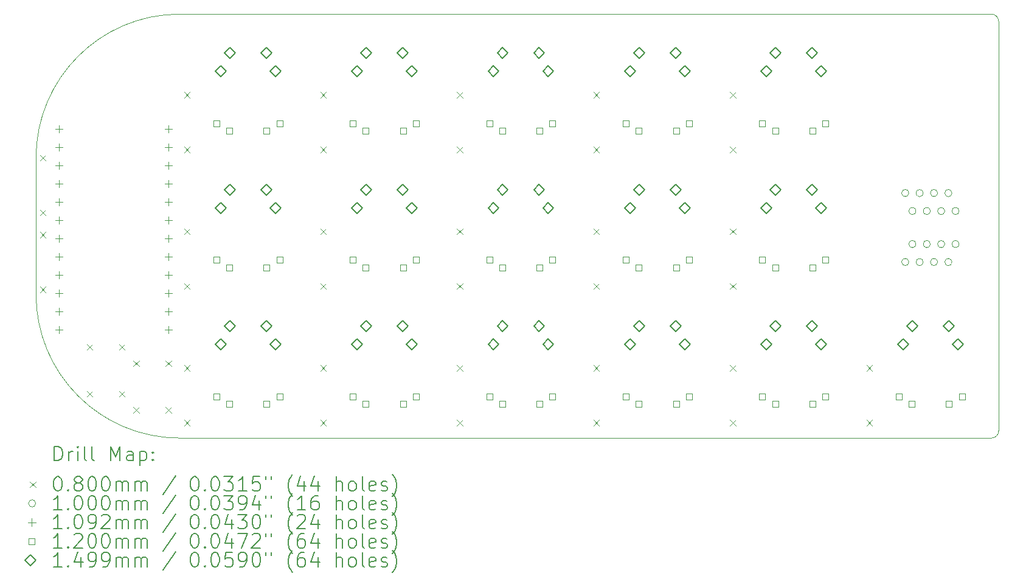
<source format=gbr>
%TF.GenerationSoftware,KiCad,Pcbnew,7.0.7*%
%TF.CreationDate,2023-09-30T21:05:03+10:00*%
%TF.ProjectId,skink,736b696e-6b2e-46b6-9963-61645f706362,rev?*%
%TF.SameCoordinates,Original*%
%TF.FileFunction,Drillmap*%
%TF.FilePolarity,Positive*%
%FSLAX45Y45*%
G04 Gerber Fmt 4.5, Leading zero omitted, Abs format (unit mm)*
G04 Created by KiCad (PCBNEW 7.0.7) date 2023-09-30 21:05:03*
%MOMM*%
%LPD*%
G01*
G04 APERTURE LIST*
%ADD10C,0.100000*%
%ADD11C,0.200000*%
%ADD12C,0.080000*%
%ADD13C,0.109220*%
%ADD14C,0.120000*%
%ADD15C,0.149860*%
G04 APERTURE END LIST*
D10*
X2030000Y-4090000D02*
X2030000Y-5990000D01*
X15430000Y-2190000D02*
G75*
G03*
X15330000Y-2090000I-100000J0D01*
G01*
X15430000Y-2190000D02*
X15430000Y-7890000D01*
X4030000Y-7990000D02*
X15330000Y-7990000D01*
X4030000Y-2090000D02*
X15330000Y-2090000D01*
X2030000Y-5990000D02*
G75*
G03*
X4030000Y-7990000I2000000J0D01*
G01*
X4030000Y-2090000D02*
G75*
G03*
X2030000Y-4090000I0J-2000000D01*
G01*
X15330000Y-7990000D02*
G75*
G03*
X15430000Y-7890000I0J100000D01*
G01*
D11*
D12*
X2085000Y-4048000D02*
X2165000Y-4128000D01*
X2165000Y-4048000D02*
X2085000Y-4128000D01*
X2085000Y-4810000D02*
X2165000Y-4890000D01*
X2165000Y-4810000D02*
X2085000Y-4890000D01*
X2085000Y-5123000D02*
X2165000Y-5203000D01*
X2165000Y-5123000D02*
X2085000Y-5203000D01*
X2085000Y-5885000D02*
X2165000Y-5965000D01*
X2165000Y-5885000D02*
X2085000Y-5965000D01*
X2735000Y-6685000D02*
X2815000Y-6765000D01*
X2815000Y-6685000D02*
X2735000Y-6765000D01*
X2735000Y-7335000D02*
X2815000Y-7415000D01*
X2815000Y-7335000D02*
X2735000Y-7415000D01*
X3185000Y-6685000D02*
X3265000Y-6765000D01*
X3265000Y-6685000D02*
X3185000Y-6765000D01*
X3185000Y-7335000D02*
X3265000Y-7415000D01*
X3265000Y-7335000D02*
X3185000Y-7415000D01*
X3385000Y-6910000D02*
X3465000Y-6990000D01*
X3465000Y-6910000D02*
X3385000Y-6990000D01*
X3385000Y-7560000D02*
X3465000Y-7640000D01*
X3465000Y-7560000D02*
X3385000Y-7640000D01*
X3835000Y-6910000D02*
X3915000Y-6990000D01*
X3915000Y-6910000D02*
X3835000Y-6990000D01*
X3835000Y-7560000D02*
X3915000Y-7640000D01*
X3915000Y-7560000D02*
X3835000Y-7640000D01*
X4090000Y-3175000D02*
X4170000Y-3255000D01*
X4170000Y-3175000D02*
X4090000Y-3255000D01*
X4090000Y-3937000D02*
X4170000Y-4017000D01*
X4170000Y-3937000D02*
X4090000Y-4017000D01*
X4090000Y-5075000D02*
X4170000Y-5155000D01*
X4170000Y-5075000D02*
X4090000Y-5155000D01*
X4090000Y-5837000D02*
X4170000Y-5917000D01*
X4170000Y-5837000D02*
X4090000Y-5917000D01*
X4090000Y-6975000D02*
X4170000Y-7055000D01*
X4170000Y-6975000D02*
X4090000Y-7055000D01*
X4090000Y-7737000D02*
X4170000Y-7817000D01*
X4170000Y-7737000D02*
X4090000Y-7817000D01*
X5990000Y-3175000D02*
X6070000Y-3255000D01*
X6070000Y-3175000D02*
X5990000Y-3255000D01*
X5990000Y-3937000D02*
X6070000Y-4017000D01*
X6070000Y-3937000D02*
X5990000Y-4017000D01*
X5990000Y-5075000D02*
X6070000Y-5155000D01*
X6070000Y-5075000D02*
X5990000Y-5155000D01*
X5990000Y-5837000D02*
X6070000Y-5917000D01*
X6070000Y-5837000D02*
X5990000Y-5917000D01*
X5990000Y-6975000D02*
X6070000Y-7055000D01*
X6070000Y-6975000D02*
X5990000Y-7055000D01*
X5990000Y-7737000D02*
X6070000Y-7817000D01*
X6070000Y-7737000D02*
X5990000Y-7817000D01*
X7890000Y-3175000D02*
X7970000Y-3255000D01*
X7970000Y-3175000D02*
X7890000Y-3255000D01*
X7890000Y-3937000D02*
X7970000Y-4017000D01*
X7970000Y-3937000D02*
X7890000Y-4017000D01*
X7890000Y-5075000D02*
X7970000Y-5155000D01*
X7970000Y-5075000D02*
X7890000Y-5155000D01*
X7890000Y-5837000D02*
X7970000Y-5917000D01*
X7970000Y-5837000D02*
X7890000Y-5917000D01*
X7890000Y-6975000D02*
X7970000Y-7055000D01*
X7970000Y-6975000D02*
X7890000Y-7055000D01*
X7890000Y-7737000D02*
X7970000Y-7817000D01*
X7970000Y-7737000D02*
X7890000Y-7817000D01*
X9790000Y-3175000D02*
X9870000Y-3255000D01*
X9870000Y-3175000D02*
X9790000Y-3255000D01*
X9790000Y-3937000D02*
X9870000Y-4017000D01*
X9870000Y-3937000D02*
X9790000Y-4017000D01*
X9790000Y-5075000D02*
X9870000Y-5155000D01*
X9870000Y-5075000D02*
X9790000Y-5155000D01*
X9790000Y-5837000D02*
X9870000Y-5917000D01*
X9870000Y-5837000D02*
X9790000Y-5917000D01*
X9790000Y-6975000D02*
X9870000Y-7055000D01*
X9870000Y-6975000D02*
X9790000Y-7055000D01*
X9790000Y-7737000D02*
X9870000Y-7817000D01*
X9870000Y-7737000D02*
X9790000Y-7817000D01*
X11690000Y-3175000D02*
X11770000Y-3255000D01*
X11770000Y-3175000D02*
X11690000Y-3255000D01*
X11690000Y-3937000D02*
X11770000Y-4017000D01*
X11770000Y-3937000D02*
X11690000Y-4017000D01*
X11690000Y-5075000D02*
X11770000Y-5155000D01*
X11770000Y-5075000D02*
X11690000Y-5155000D01*
X11690000Y-5837000D02*
X11770000Y-5917000D01*
X11770000Y-5837000D02*
X11690000Y-5917000D01*
X11690000Y-6975000D02*
X11770000Y-7055000D01*
X11770000Y-6975000D02*
X11690000Y-7055000D01*
X11690000Y-7737000D02*
X11770000Y-7817000D01*
X11770000Y-7737000D02*
X11690000Y-7817000D01*
X13590000Y-6975000D02*
X13670000Y-7055000D01*
X13670000Y-6975000D02*
X13590000Y-7055000D01*
X13590000Y-7737000D02*
X13670000Y-7817000D01*
X13670000Y-7737000D02*
X13590000Y-7817000D01*
D10*
X14180000Y-4580000D02*
G75*
G03*
X14180000Y-4580000I-50000J0D01*
G01*
X14180000Y-5540000D02*
G75*
G03*
X14180000Y-5540000I-50000J0D01*
G01*
X14280000Y-4830000D02*
G75*
G03*
X14280000Y-4830000I-50000J0D01*
G01*
X14280000Y-5290000D02*
G75*
G03*
X14280000Y-5290000I-50000J0D01*
G01*
X14380000Y-4580000D02*
G75*
G03*
X14380000Y-4580000I-50000J0D01*
G01*
X14380000Y-5540000D02*
G75*
G03*
X14380000Y-5540000I-50000J0D01*
G01*
X14480000Y-4830000D02*
G75*
G03*
X14480000Y-4830000I-50000J0D01*
G01*
X14480000Y-5290000D02*
G75*
G03*
X14480000Y-5290000I-50000J0D01*
G01*
X14580000Y-4580000D02*
G75*
G03*
X14580000Y-4580000I-50000J0D01*
G01*
X14580000Y-5540000D02*
G75*
G03*
X14580000Y-5540000I-50000J0D01*
G01*
X14680000Y-4830000D02*
G75*
G03*
X14680000Y-4830000I-50000J0D01*
G01*
X14680000Y-5290000D02*
G75*
G03*
X14680000Y-5290000I-50000J0D01*
G01*
X14780000Y-4580000D02*
G75*
G03*
X14780000Y-4580000I-50000J0D01*
G01*
X14780000Y-5540000D02*
G75*
G03*
X14780000Y-5540000I-50000J0D01*
G01*
X14880000Y-4830000D02*
G75*
G03*
X14880000Y-4830000I-50000J0D01*
G01*
X14880000Y-5290000D02*
G75*
G03*
X14880000Y-5290000I-50000J0D01*
G01*
D13*
X2350000Y-3633390D02*
X2350000Y-3742610D01*
X2295390Y-3688000D02*
X2404610Y-3688000D01*
X2350000Y-3887390D02*
X2350000Y-3996610D01*
X2295390Y-3942000D02*
X2404610Y-3942000D01*
X2350000Y-4141390D02*
X2350000Y-4250610D01*
X2295390Y-4196000D02*
X2404610Y-4196000D01*
X2350000Y-4395390D02*
X2350000Y-4504610D01*
X2295390Y-4450000D02*
X2404610Y-4450000D01*
X2350000Y-4649390D02*
X2350000Y-4758610D01*
X2295390Y-4704000D02*
X2404610Y-4704000D01*
X2350000Y-4903390D02*
X2350000Y-5012610D01*
X2295390Y-4958000D02*
X2404610Y-4958000D01*
X2350000Y-5157390D02*
X2350000Y-5266610D01*
X2295390Y-5212000D02*
X2404610Y-5212000D01*
X2350000Y-5411390D02*
X2350000Y-5520610D01*
X2295390Y-5466000D02*
X2404610Y-5466000D01*
X2350000Y-5665390D02*
X2350000Y-5774610D01*
X2295390Y-5720000D02*
X2404610Y-5720000D01*
X2350000Y-5919390D02*
X2350000Y-6028610D01*
X2295390Y-5974000D02*
X2404610Y-5974000D01*
X2350000Y-6173390D02*
X2350000Y-6282610D01*
X2295390Y-6228000D02*
X2404610Y-6228000D01*
X2350000Y-6427390D02*
X2350000Y-6536610D01*
X2295390Y-6482000D02*
X2404610Y-6482000D01*
X3874000Y-3633390D02*
X3874000Y-3742610D01*
X3819390Y-3688000D02*
X3928610Y-3688000D01*
X3874000Y-3887390D02*
X3874000Y-3996610D01*
X3819390Y-3942000D02*
X3928610Y-3942000D01*
X3874000Y-4141390D02*
X3874000Y-4250610D01*
X3819390Y-4196000D02*
X3928610Y-4196000D01*
X3874000Y-4395390D02*
X3874000Y-4504610D01*
X3819390Y-4450000D02*
X3928610Y-4450000D01*
X3874000Y-4649390D02*
X3874000Y-4758610D01*
X3819390Y-4704000D02*
X3928610Y-4704000D01*
X3874000Y-4903390D02*
X3874000Y-5012610D01*
X3819390Y-4958000D02*
X3928610Y-4958000D01*
X3874000Y-5157390D02*
X3874000Y-5266610D01*
X3819390Y-5212000D02*
X3928610Y-5212000D01*
X3874000Y-5411390D02*
X3874000Y-5520610D01*
X3819390Y-5466000D02*
X3928610Y-5466000D01*
X3874000Y-5665390D02*
X3874000Y-5774610D01*
X3819390Y-5720000D02*
X3928610Y-5720000D01*
X3874000Y-5919390D02*
X3874000Y-6028610D01*
X3819390Y-5974000D02*
X3928610Y-5974000D01*
X3874000Y-6173390D02*
X3874000Y-6282610D01*
X3819390Y-6228000D02*
X3928610Y-6228000D01*
X3874000Y-6427390D02*
X3874000Y-6536610D01*
X3819390Y-6482000D02*
X3928610Y-6482000D01*
D14*
X4582427Y-3652427D02*
X4582427Y-3567573D01*
X4497573Y-3567573D01*
X4497573Y-3652427D01*
X4582427Y-3652427D01*
X4582427Y-5552427D02*
X4582427Y-5467573D01*
X4497573Y-5467573D01*
X4497573Y-5552427D01*
X4582427Y-5552427D01*
X4582427Y-7452427D02*
X4582427Y-7367573D01*
X4497573Y-7367573D01*
X4497573Y-7452427D01*
X4582427Y-7452427D01*
X4762427Y-3757427D02*
X4762427Y-3672573D01*
X4677573Y-3672573D01*
X4677573Y-3757427D01*
X4762427Y-3757427D01*
X4762427Y-5657427D02*
X4762427Y-5572573D01*
X4677573Y-5572573D01*
X4677573Y-5657427D01*
X4762427Y-5657427D01*
X4762427Y-7557427D02*
X4762427Y-7472573D01*
X4677573Y-7472573D01*
X4677573Y-7557427D01*
X4762427Y-7557427D01*
X5282427Y-3757427D02*
X5282427Y-3672573D01*
X5197573Y-3672573D01*
X5197573Y-3757427D01*
X5282427Y-3757427D01*
X5282427Y-5657427D02*
X5282427Y-5572573D01*
X5197573Y-5572573D01*
X5197573Y-5657427D01*
X5282427Y-5657427D01*
X5282427Y-7557427D02*
X5282427Y-7472573D01*
X5197573Y-7472573D01*
X5197573Y-7557427D01*
X5282427Y-7557427D01*
X5462427Y-3652427D02*
X5462427Y-3567573D01*
X5377573Y-3567573D01*
X5377573Y-3652427D01*
X5462427Y-3652427D01*
X5462427Y-5552427D02*
X5462427Y-5467573D01*
X5377573Y-5467573D01*
X5377573Y-5552427D01*
X5462427Y-5552427D01*
X5462427Y-7452427D02*
X5462427Y-7367573D01*
X5377573Y-7367573D01*
X5377573Y-7452427D01*
X5462427Y-7452427D01*
X6482427Y-3652427D02*
X6482427Y-3567573D01*
X6397573Y-3567573D01*
X6397573Y-3652427D01*
X6482427Y-3652427D01*
X6482427Y-5552427D02*
X6482427Y-5467573D01*
X6397573Y-5467573D01*
X6397573Y-5552427D01*
X6482427Y-5552427D01*
X6482427Y-7452427D02*
X6482427Y-7367573D01*
X6397573Y-7367573D01*
X6397573Y-7452427D01*
X6482427Y-7452427D01*
X6662427Y-3757427D02*
X6662427Y-3672573D01*
X6577573Y-3672573D01*
X6577573Y-3757427D01*
X6662427Y-3757427D01*
X6662427Y-5657427D02*
X6662427Y-5572573D01*
X6577573Y-5572573D01*
X6577573Y-5657427D01*
X6662427Y-5657427D01*
X6662427Y-7557427D02*
X6662427Y-7472573D01*
X6577573Y-7472573D01*
X6577573Y-7557427D01*
X6662427Y-7557427D01*
X7182427Y-3757427D02*
X7182427Y-3672573D01*
X7097573Y-3672573D01*
X7097573Y-3757427D01*
X7182427Y-3757427D01*
X7182427Y-5657427D02*
X7182427Y-5572573D01*
X7097573Y-5572573D01*
X7097573Y-5657427D01*
X7182427Y-5657427D01*
X7182427Y-7557427D02*
X7182427Y-7472573D01*
X7097573Y-7472573D01*
X7097573Y-7557427D01*
X7182427Y-7557427D01*
X7362427Y-3652427D02*
X7362427Y-3567573D01*
X7277573Y-3567573D01*
X7277573Y-3652427D01*
X7362427Y-3652427D01*
X7362427Y-5552427D02*
X7362427Y-5467573D01*
X7277573Y-5467573D01*
X7277573Y-5552427D01*
X7362427Y-5552427D01*
X7362427Y-7452427D02*
X7362427Y-7367573D01*
X7277573Y-7367573D01*
X7277573Y-7452427D01*
X7362427Y-7452427D01*
X8382427Y-3652427D02*
X8382427Y-3567573D01*
X8297573Y-3567573D01*
X8297573Y-3652427D01*
X8382427Y-3652427D01*
X8382427Y-5552427D02*
X8382427Y-5467573D01*
X8297573Y-5467573D01*
X8297573Y-5552427D01*
X8382427Y-5552427D01*
X8382427Y-7452427D02*
X8382427Y-7367573D01*
X8297573Y-7367573D01*
X8297573Y-7452427D01*
X8382427Y-7452427D01*
X8562427Y-3757427D02*
X8562427Y-3672573D01*
X8477573Y-3672573D01*
X8477573Y-3757427D01*
X8562427Y-3757427D01*
X8562427Y-5657427D02*
X8562427Y-5572573D01*
X8477573Y-5572573D01*
X8477573Y-5657427D01*
X8562427Y-5657427D01*
X8562427Y-7557427D02*
X8562427Y-7472573D01*
X8477573Y-7472573D01*
X8477573Y-7557427D01*
X8562427Y-7557427D01*
X9082427Y-3757427D02*
X9082427Y-3672573D01*
X8997573Y-3672573D01*
X8997573Y-3757427D01*
X9082427Y-3757427D01*
X9082427Y-5657427D02*
X9082427Y-5572573D01*
X8997573Y-5572573D01*
X8997573Y-5657427D01*
X9082427Y-5657427D01*
X9082427Y-7557427D02*
X9082427Y-7472573D01*
X8997573Y-7472573D01*
X8997573Y-7557427D01*
X9082427Y-7557427D01*
X9262427Y-3652427D02*
X9262427Y-3567573D01*
X9177573Y-3567573D01*
X9177573Y-3652427D01*
X9262427Y-3652427D01*
X9262427Y-5552427D02*
X9262427Y-5467573D01*
X9177573Y-5467573D01*
X9177573Y-5552427D01*
X9262427Y-5552427D01*
X9262427Y-7452427D02*
X9262427Y-7367573D01*
X9177573Y-7367573D01*
X9177573Y-7452427D01*
X9262427Y-7452427D01*
X10282427Y-3652427D02*
X10282427Y-3567573D01*
X10197573Y-3567573D01*
X10197573Y-3652427D01*
X10282427Y-3652427D01*
X10282427Y-5552427D02*
X10282427Y-5467573D01*
X10197573Y-5467573D01*
X10197573Y-5552427D01*
X10282427Y-5552427D01*
X10282427Y-7452427D02*
X10282427Y-7367573D01*
X10197573Y-7367573D01*
X10197573Y-7452427D01*
X10282427Y-7452427D01*
X10462427Y-3757427D02*
X10462427Y-3672573D01*
X10377573Y-3672573D01*
X10377573Y-3757427D01*
X10462427Y-3757427D01*
X10462427Y-5657427D02*
X10462427Y-5572573D01*
X10377573Y-5572573D01*
X10377573Y-5657427D01*
X10462427Y-5657427D01*
X10462427Y-7557427D02*
X10462427Y-7472573D01*
X10377573Y-7472573D01*
X10377573Y-7557427D01*
X10462427Y-7557427D01*
X10982427Y-3757427D02*
X10982427Y-3672573D01*
X10897573Y-3672573D01*
X10897573Y-3757427D01*
X10982427Y-3757427D01*
X10982427Y-5657427D02*
X10982427Y-5572573D01*
X10897573Y-5572573D01*
X10897573Y-5657427D01*
X10982427Y-5657427D01*
X10982427Y-7557427D02*
X10982427Y-7472573D01*
X10897573Y-7472573D01*
X10897573Y-7557427D01*
X10982427Y-7557427D01*
X11162427Y-3652427D02*
X11162427Y-3567573D01*
X11077573Y-3567573D01*
X11077573Y-3652427D01*
X11162427Y-3652427D01*
X11162427Y-5552427D02*
X11162427Y-5467573D01*
X11077573Y-5467573D01*
X11077573Y-5552427D01*
X11162427Y-5552427D01*
X11162427Y-7452427D02*
X11162427Y-7367573D01*
X11077573Y-7367573D01*
X11077573Y-7452427D01*
X11162427Y-7452427D01*
X12182427Y-3652427D02*
X12182427Y-3567573D01*
X12097573Y-3567573D01*
X12097573Y-3652427D01*
X12182427Y-3652427D01*
X12182427Y-5552427D02*
X12182427Y-5467573D01*
X12097573Y-5467573D01*
X12097573Y-5552427D01*
X12182427Y-5552427D01*
X12182427Y-7452427D02*
X12182427Y-7367573D01*
X12097573Y-7367573D01*
X12097573Y-7452427D01*
X12182427Y-7452427D01*
X12362427Y-3757427D02*
X12362427Y-3672573D01*
X12277573Y-3672573D01*
X12277573Y-3757427D01*
X12362427Y-3757427D01*
X12362427Y-5657427D02*
X12362427Y-5572573D01*
X12277573Y-5572573D01*
X12277573Y-5657427D01*
X12362427Y-5657427D01*
X12362427Y-7557427D02*
X12362427Y-7472573D01*
X12277573Y-7472573D01*
X12277573Y-7557427D01*
X12362427Y-7557427D01*
X12882427Y-3757427D02*
X12882427Y-3672573D01*
X12797573Y-3672573D01*
X12797573Y-3757427D01*
X12882427Y-3757427D01*
X12882427Y-5657427D02*
X12882427Y-5572573D01*
X12797573Y-5572573D01*
X12797573Y-5657427D01*
X12882427Y-5657427D01*
X12882427Y-7557427D02*
X12882427Y-7472573D01*
X12797573Y-7472573D01*
X12797573Y-7557427D01*
X12882427Y-7557427D01*
X13062427Y-3652427D02*
X13062427Y-3567573D01*
X12977573Y-3567573D01*
X12977573Y-3652427D01*
X13062427Y-3652427D01*
X13062427Y-5552427D02*
X13062427Y-5467573D01*
X12977573Y-5467573D01*
X12977573Y-5552427D01*
X13062427Y-5552427D01*
X13062427Y-7452427D02*
X13062427Y-7367573D01*
X12977573Y-7367573D01*
X12977573Y-7452427D01*
X13062427Y-7452427D01*
X14082427Y-7452427D02*
X14082427Y-7367573D01*
X13997573Y-7367573D01*
X13997573Y-7452427D01*
X14082427Y-7452427D01*
X14262427Y-7557427D02*
X14262427Y-7472573D01*
X14177573Y-7472573D01*
X14177573Y-7557427D01*
X14262427Y-7557427D01*
X14782427Y-7557427D02*
X14782427Y-7472573D01*
X14697573Y-7472573D01*
X14697573Y-7557427D01*
X14782427Y-7557427D01*
X14962427Y-7452427D02*
X14962427Y-7367573D01*
X14877573Y-7367573D01*
X14877573Y-7452427D01*
X14962427Y-7452427D01*
D15*
X4599000Y-2960930D02*
X4673930Y-2886000D01*
X4599000Y-2811070D01*
X4524070Y-2886000D01*
X4599000Y-2960930D01*
X4599000Y-4860930D02*
X4673930Y-4786000D01*
X4599000Y-4711070D01*
X4524070Y-4786000D01*
X4599000Y-4860930D01*
X4599000Y-6760930D02*
X4673930Y-6686000D01*
X4599000Y-6611070D01*
X4524070Y-6686000D01*
X4599000Y-6760930D01*
X4726000Y-2706930D02*
X4800930Y-2632000D01*
X4726000Y-2557070D01*
X4651070Y-2632000D01*
X4726000Y-2706930D01*
X4726000Y-4606930D02*
X4800930Y-4532000D01*
X4726000Y-4457070D01*
X4651070Y-4532000D01*
X4726000Y-4606930D01*
X4726000Y-6506930D02*
X4800930Y-6432000D01*
X4726000Y-6357070D01*
X4651070Y-6432000D01*
X4726000Y-6506930D01*
X5234000Y-2706930D02*
X5308930Y-2632000D01*
X5234000Y-2557070D01*
X5159070Y-2632000D01*
X5234000Y-2706930D01*
X5234000Y-4606930D02*
X5308930Y-4532000D01*
X5234000Y-4457070D01*
X5159070Y-4532000D01*
X5234000Y-4606930D01*
X5234000Y-6506930D02*
X5308930Y-6432000D01*
X5234000Y-6357070D01*
X5159070Y-6432000D01*
X5234000Y-6506930D01*
X5361000Y-2960930D02*
X5435930Y-2886000D01*
X5361000Y-2811070D01*
X5286070Y-2886000D01*
X5361000Y-2960930D01*
X5361000Y-4860930D02*
X5435930Y-4786000D01*
X5361000Y-4711070D01*
X5286070Y-4786000D01*
X5361000Y-4860930D01*
X5361000Y-6760930D02*
X5435930Y-6686000D01*
X5361000Y-6611070D01*
X5286070Y-6686000D01*
X5361000Y-6760930D01*
X6499000Y-2960930D02*
X6573930Y-2886000D01*
X6499000Y-2811070D01*
X6424070Y-2886000D01*
X6499000Y-2960930D01*
X6499000Y-4860930D02*
X6573930Y-4786000D01*
X6499000Y-4711070D01*
X6424070Y-4786000D01*
X6499000Y-4860930D01*
X6499000Y-6760930D02*
X6573930Y-6686000D01*
X6499000Y-6611070D01*
X6424070Y-6686000D01*
X6499000Y-6760930D01*
X6626000Y-2706930D02*
X6700930Y-2632000D01*
X6626000Y-2557070D01*
X6551070Y-2632000D01*
X6626000Y-2706930D01*
X6626000Y-4606930D02*
X6700930Y-4532000D01*
X6626000Y-4457070D01*
X6551070Y-4532000D01*
X6626000Y-4606930D01*
X6626000Y-6506930D02*
X6700930Y-6432000D01*
X6626000Y-6357070D01*
X6551070Y-6432000D01*
X6626000Y-6506930D01*
X7134000Y-2706930D02*
X7208930Y-2632000D01*
X7134000Y-2557070D01*
X7059070Y-2632000D01*
X7134000Y-2706930D01*
X7134000Y-4606930D02*
X7208930Y-4532000D01*
X7134000Y-4457070D01*
X7059070Y-4532000D01*
X7134000Y-4606930D01*
X7134000Y-6506930D02*
X7208930Y-6432000D01*
X7134000Y-6357070D01*
X7059070Y-6432000D01*
X7134000Y-6506930D01*
X7261000Y-2960930D02*
X7335930Y-2886000D01*
X7261000Y-2811070D01*
X7186070Y-2886000D01*
X7261000Y-2960930D01*
X7261000Y-4860930D02*
X7335930Y-4786000D01*
X7261000Y-4711070D01*
X7186070Y-4786000D01*
X7261000Y-4860930D01*
X7261000Y-6760930D02*
X7335930Y-6686000D01*
X7261000Y-6611070D01*
X7186070Y-6686000D01*
X7261000Y-6760930D01*
X8399000Y-2960930D02*
X8473930Y-2886000D01*
X8399000Y-2811070D01*
X8324070Y-2886000D01*
X8399000Y-2960930D01*
X8399000Y-4860930D02*
X8473930Y-4786000D01*
X8399000Y-4711070D01*
X8324070Y-4786000D01*
X8399000Y-4860930D01*
X8399000Y-6760930D02*
X8473930Y-6686000D01*
X8399000Y-6611070D01*
X8324070Y-6686000D01*
X8399000Y-6760930D01*
X8526000Y-2706930D02*
X8600930Y-2632000D01*
X8526000Y-2557070D01*
X8451070Y-2632000D01*
X8526000Y-2706930D01*
X8526000Y-4606930D02*
X8600930Y-4532000D01*
X8526000Y-4457070D01*
X8451070Y-4532000D01*
X8526000Y-4606930D01*
X8526000Y-6506930D02*
X8600930Y-6432000D01*
X8526000Y-6357070D01*
X8451070Y-6432000D01*
X8526000Y-6506930D01*
X9034000Y-2706930D02*
X9108930Y-2632000D01*
X9034000Y-2557070D01*
X8959070Y-2632000D01*
X9034000Y-2706930D01*
X9034000Y-4606930D02*
X9108930Y-4532000D01*
X9034000Y-4457070D01*
X8959070Y-4532000D01*
X9034000Y-4606930D01*
X9034000Y-6506930D02*
X9108930Y-6432000D01*
X9034000Y-6357070D01*
X8959070Y-6432000D01*
X9034000Y-6506930D01*
X9161000Y-2960930D02*
X9235930Y-2886000D01*
X9161000Y-2811070D01*
X9086070Y-2886000D01*
X9161000Y-2960930D01*
X9161000Y-4860930D02*
X9235930Y-4786000D01*
X9161000Y-4711070D01*
X9086070Y-4786000D01*
X9161000Y-4860930D01*
X9161000Y-6760930D02*
X9235930Y-6686000D01*
X9161000Y-6611070D01*
X9086070Y-6686000D01*
X9161000Y-6760930D01*
X10299000Y-2960930D02*
X10373930Y-2886000D01*
X10299000Y-2811070D01*
X10224070Y-2886000D01*
X10299000Y-2960930D01*
X10299000Y-4860930D02*
X10373930Y-4786000D01*
X10299000Y-4711070D01*
X10224070Y-4786000D01*
X10299000Y-4860930D01*
X10299000Y-6760930D02*
X10373930Y-6686000D01*
X10299000Y-6611070D01*
X10224070Y-6686000D01*
X10299000Y-6760930D01*
X10426000Y-2706930D02*
X10500930Y-2632000D01*
X10426000Y-2557070D01*
X10351070Y-2632000D01*
X10426000Y-2706930D01*
X10426000Y-4606930D02*
X10500930Y-4532000D01*
X10426000Y-4457070D01*
X10351070Y-4532000D01*
X10426000Y-4606930D01*
X10426000Y-6506930D02*
X10500930Y-6432000D01*
X10426000Y-6357070D01*
X10351070Y-6432000D01*
X10426000Y-6506930D01*
X10934000Y-2706930D02*
X11008930Y-2632000D01*
X10934000Y-2557070D01*
X10859070Y-2632000D01*
X10934000Y-2706930D01*
X10934000Y-4606930D02*
X11008930Y-4532000D01*
X10934000Y-4457070D01*
X10859070Y-4532000D01*
X10934000Y-4606930D01*
X10934000Y-6506930D02*
X11008930Y-6432000D01*
X10934000Y-6357070D01*
X10859070Y-6432000D01*
X10934000Y-6506930D01*
X11061000Y-2960930D02*
X11135930Y-2886000D01*
X11061000Y-2811070D01*
X10986070Y-2886000D01*
X11061000Y-2960930D01*
X11061000Y-4860930D02*
X11135930Y-4786000D01*
X11061000Y-4711070D01*
X10986070Y-4786000D01*
X11061000Y-4860930D01*
X11061000Y-6760930D02*
X11135930Y-6686000D01*
X11061000Y-6611070D01*
X10986070Y-6686000D01*
X11061000Y-6760930D01*
X12199000Y-2960930D02*
X12273930Y-2886000D01*
X12199000Y-2811070D01*
X12124070Y-2886000D01*
X12199000Y-2960930D01*
X12199000Y-4860930D02*
X12273930Y-4786000D01*
X12199000Y-4711070D01*
X12124070Y-4786000D01*
X12199000Y-4860930D01*
X12199000Y-6760930D02*
X12273930Y-6686000D01*
X12199000Y-6611070D01*
X12124070Y-6686000D01*
X12199000Y-6760930D01*
X12326000Y-2706930D02*
X12400930Y-2632000D01*
X12326000Y-2557070D01*
X12251070Y-2632000D01*
X12326000Y-2706930D01*
X12326000Y-4606930D02*
X12400930Y-4532000D01*
X12326000Y-4457070D01*
X12251070Y-4532000D01*
X12326000Y-4606930D01*
X12326000Y-6506930D02*
X12400930Y-6432000D01*
X12326000Y-6357070D01*
X12251070Y-6432000D01*
X12326000Y-6506930D01*
X12834000Y-2706930D02*
X12908930Y-2632000D01*
X12834000Y-2557070D01*
X12759070Y-2632000D01*
X12834000Y-2706930D01*
X12834000Y-4606930D02*
X12908930Y-4532000D01*
X12834000Y-4457070D01*
X12759070Y-4532000D01*
X12834000Y-4606930D01*
X12834000Y-6506930D02*
X12908930Y-6432000D01*
X12834000Y-6357070D01*
X12759070Y-6432000D01*
X12834000Y-6506930D01*
X12961000Y-2960930D02*
X13035930Y-2886000D01*
X12961000Y-2811070D01*
X12886070Y-2886000D01*
X12961000Y-2960930D01*
X12961000Y-4860930D02*
X13035930Y-4786000D01*
X12961000Y-4711070D01*
X12886070Y-4786000D01*
X12961000Y-4860930D01*
X12961000Y-6760930D02*
X13035930Y-6686000D01*
X12961000Y-6611070D01*
X12886070Y-6686000D01*
X12961000Y-6760930D01*
X14099000Y-6760930D02*
X14173930Y-6686000D01*
X14099000Y-6611070D01*
X14024070Y-6686000D01*
X14099000Y-6760930D01*
X14226000Y-6506930D02*
X14300930Y-6432000D01*
X14226000Y-6357070D01*
X14151070Y-6432000D01*
X14226000Y-6506930D01*
X14734000Y-6506930D02*
X14808930Y-6432000D01*
X14734000Y-6357070D01*
X14659070Y-6432000D01*
X14734000Y-6506930D01*
X14861000Y-6760930D02*
X14935930Y-6686000D01*
X14861000Y-6611070D01*
X14786070Y-6686000D01*
X14861000Y-6760930D01*
D11*
X2285777Y-8306484D02*
X2285777Y-8106484D01*
X2285777Y-8106484D02*
X2333396Y-8106484D01*
X2333396Y-8106484D02*
X2361967Y-8116008D01*
X2361967Y-8116008D02*
X2381015Y-8135055D01*
X2381015Y-8135055D02*
X2390539Y-8154103D01*
X2390539Y-8154103D02*
X2400063Y-8192198D01*
X2400063Y-8192198D02*
X2400063Y-8220769D01*
X2400063Y-8220769D02*
X2390539Y-8258865D01*
X2390539Y-8258865D02*
X2381015Y-8277912D01*
X2381015Y-8277912D02*
X2361967Y-8296960D01*
X2361967Y-8296960D02*
X2333396Y-8306484D01*
X2333396Y-8306484D02*
X2285777Y-8306484D01*
X2485777Y-8306484D02*
X2485777Y-8173150D01*
X2485777Y-8211246D02*
X2495301Y-8192198D01*
X2495301Y-8192198D02*
X2504824Y-8182674D01*
X2504824Y-8182674D02*
X2523872Y-8173150D01*
X2523872Y-8173150D02*
X2542920Y-8173150D01*
X2609586Y-8306484D02*
X2609586Y-8173150D01*
X2609586Y-8106484D02*
X2600063Y-8116008D01*
X2600063Y-8116008D02*
X2609586Y-8125531D01*
X2609586Y-8125531D02*
X2619110Y-8116008D01*
X2619110Y-8116008D02*
X2609586Y-8106484D01*
X2609586Y-8106484D02*
X2609586Y-8125531D01*
X2733396Y-8306484D02*
X2714348Y-8296960D01*
X2714348Y-8296960D02*
X2704824Y-8277912D01*
X2704824Y-8277912D02*
X2704824Y-8106484D01*
X2838158Y-8306484D02*
X2819110Y-8296960D01*
X2819110Y-8296960D02*
X2809586Y-8277912D01*
X2809586Y-8277912D02*
X2809586Y-8106484D01*
X3066729Y-8306484D02*
X3066729Y-8106484D01*
X3066729Y-8106484D02*
X3133396Y-8249341D01*
X3133396Y-8249341D02*
X3200062Y-8106484D01*
X3200062Y-8106484D02*
X3200062Y-8306484D01*
X3381015Y-8306484D02*
X3381015Y-8201722D01*
X3381015Y-8201722D02*
X3371491Y-8182674D01*
X3371491Y-8182674D02*
X3352443Y-8173150D01*
X3352443Y-8173150D02*
X3314348Y-8173150D01*
X3314348Y-8173150D02*
X3295301Y-8182674D01*
X3381015Y-8296960D02*
X3361967Y-8306484D01*
X3361967Y-8306484D02*
X3314348Y-8306484D01*
X3314348Y-8306484D02*
X3295301Y-8296960D01*
X3295301Y-8296960D02*
X3285777Y-8277912D01*
X3285777Y-8277912D02*
X3285777Y-8258865D01*
X3285777Y-8258865D02*
X3295301Y-8239817D01*
X3295301Y-8239817D02*
X3314348Y-8230293D01*
X3314348Y-8230293D02*
X3361967Y-8230293D01*
X3361967Y-8230293D02*
X3381015Y-8220769D01*
X3476253Y-8173150D02*
X3476253Y-8373150D01*
X3476253Y-8182674D02*
X3495301Y-8173150D01*
X3495301Y-8173150D02*
X3533396Y-8173150D01*
X3533396Y-8173150D02*
X3552443Y-8182674D01*
X3552443Y-8182674D02*
X3561967Y-8192198D01*
X3561967Y-8192198D02*
X3571491Y-8211246D01*
X3571491Y-8211246D02*
X3571491Y-8268388D01*
X3571491Y-8268388D02*
X3561967Y-8287436D01*
X3561967Y-8287436D02*
X3552443Y-8296960D01*
X3552443Y-8296960D02*
X3533396Y-8306484D01*
X3533396Y-8306484D02*
X3495301Y-8306484D01*
X3495301Y-8306484D02*
X3476253Y-8296960D01*
X3657205Y-8287436D02*
X3666729Y-8296960D01*
X3666729Y-8296960D02*
X3657205Y-8306484D01*
X3657205Y-8306484D02*
X3647682Y-8296960D01*
X3647682Y-8296960D02*
X3657205Y-8287436D01*
X3657205Y-8287436D02*
X3657205Y-8306484D01*
X3657205Y-8182674D02*
X3666729Y-8192198D01*
X3666729Y-8192198D02*
X3657205Y-8201722D01*
X3657205Y-8201722D02*
X3647682Y-8192198D01*
X3647682Y-8192198D02*
X3657205Y-8182674D01*
X3657205Y-8182674D02*
X3657205Y-8201722D01*
D12*
X1945000Y-8595000D02*
X2025000Y-8675000D01*
X2025000Y-8595000D02*
X1945000Y-8675000D01*
D11*
X2323872Y-8526484D02*
X2342920Y-8526484D01*
X2342920Y-8526484D02*
X2361967Y-8536008D01*
X2361967Y-8536008D02*
X2371491Y-8545531D01*
X2371491Y-8545531D02*
X2381015Y-8564579D01*
X2381015Y-8564579D02*
X2390539Y-8602674D01*
X2390539Y-8602674D02*
X2390539Y-8650293D01*
X2390539Y-8650293D02*
X2381015Y-8688389D01*
X2381015Y-8688389D02*
X2371491Y-8707436D01*
X2371491Y-8707436D02*
X2361967Y-8716960D01*
X2361967Y-8716960D02*
X2342920Y-8726484D01*
X2342920Y-8726484D02*
X2323872Y-8726484D01*
X2323872Y-8726484D02*
X2304824Y-8716960D01*
X2304824Y-8716960D02*
X2295301Y-8707436D01*
X2295301Y-8707436D02*
X2285777Y-8688389D01*
X2285777Y-8688389D02*
X2276253Y-8650293D01*
X2276253Y-8650293D02*
X2276253Y-8602674D01*
X2276253Y-8602674D02*
X2285777Y-8564579D01*
X2285777Y-8564579D02*
X2295301Y-8545531D01*
X2295301Y-8545531D02*
X2304824Y-8536008D01*
X2304824Y-8536008D02*
X2323872Y-8526484D01*
X2476253Y-8707436D02*
X2485777Y-8716960D01*
X2485777Y-8716960D02*
X2476253Y-8726484D01*
X2476253Y-8726484D02*
X2466729Y-8716960D01*
X2466729Y-8716960D02*
X2476253Y-8707436D01*
X2476253Y-8707436D02*
X2476253Y-8726484D01*
X2600063Y-8612198D02*
X2581015Y-8602674D01*
X2581015Y-8602674D02*
X2571491Y-8593150D01*
X2571491Y-8593150D02*
X2561967Y-8574103D01*
X2561967Y-8574103D02*
X2561967Y-8564579D01*
X2561967Y-8564579D02*
X2571491Y-8545531D01*
X2571491Y-8545531D02*
X2581015Y-8536008D01*
X2581015Y-8536008D02*
X2600063Y-8526484D01*
X2600063Y-8526484D02*
X2638158Y-8526484D01*
X2638158Y-8526484D02*
X2657205Y-8536008D01*
X2657205Y-8536008D02*
X2666729Y-8545531D01*
X2666729Y-8545531D02*
X2676253Y-8564579D01*
X2676253Y-8564579D02*
X2676253Y-8574103D01*
X2676253Y-8574103D02*
X2666729Y-8593150D01*
X2666729Y-8593150D02*
X2657205Y-8602674D01*
X2657205Y-8602674D02*
X2638158Y-8612198D01*
X2638158Y-8612198D02*
X2600063Y-8612198D01*
X2600063Y-8612198D02*
X2581015Y-8621722D01*
X2581015Y-8621722D02*
X2571491Y-8631246D01*
X2571491Y-8631246D02*
X2561967Y-8650293D01*
X2561967Y-8650293D02*
X2561967Y-8688389D01*
X2561967Y-8688389D02*
X2571491Y-8707436D01*
X2571491Y-8707436D02*
X2581015Y-8716960D01*
X2581015Y-8716960D02*
X2600063Y-8726484D01*
X2600063Y-8726484D02*
X2638158Y-8726484D01*
X2638158Y-8726484D02*
X2657205Y-8716960D01*
X2657205Y-8716960D02*
X2666729Y-8707436D01*
X2666729Y-8707436D02*
X2676253Y-8688389D01*
X2676253Y-8688389D02*
X2676253Y-8650293D01*
X2676253Y-8650293D02*
X2666729Y-8631246D01*
X2666729Y-8631246D02*
X2657205Y-8621722D01*
X2657205Y-8621722D02*
X2638158Y-8612198D01*
X2800062Y-8526484D02*
X2819110Y-8526484D01*
X2819110Y-8526484D02*
X2838158Y-8536008D01*
X2838158Y-8536008D02*
X2847682Y-8545531D01*
X2847682Y-8545531D02*
X2857205Y-8564579D01*
X2857205Y-8564579D02*
X2866729Y-8602674D01*
X2866729Y-8602674D02*
X2866729Y-8650293D01*
X2866729Y-8650293D02*
X2857205Y-8688389D01*
X2857205Y-8688389D02*
X2847682Y-8707436D01*
X2847682Y-8707436D02*
X2838158Y-8716960D01*
X2838158Y-8716960D02*
X2819110Y-8726484D01*
X2819110Y-8726484D02*
X2800062Y-8726484D01*
X2800062Y-8726484D02*
X2781015Y-8716960D01*
X2781015Y-8716960D02*
X2771491Y-8707436D01*
X2771491Y-8707436D02*
X2761967Y-8688389D01*
X2761967Y-8688389D02*
X2752444Y-8650293D01*
X2752444Y-8650293D02*
X2752444Y-8602674D01*
X2752444Y-8602674D02*
X2761967Y-8564579D01*
X2761967Y-8564579D02*
X2771491Y-8545531D01*
X2771491Y-8545531D02*
X2781015Y-8536008D01*
X2781015Y-8536008D02*
X2800062Y-8526484D01*
X2990539Y-8526484D02*
X3009586Y-8526484D01*
X3009586Y-8526484D02*
X3028634Y-8536008D01*
X3028634Y-8536008D02*
X3038158Y-8545531D01*
X3038158Y-8545531D02*
X3047682Y-8564579D01*
X3047682Y-8564579D02*
X3057205Y-8602674D01*
X3057205Y-8602674D02*
X3057205Y-8650293D01*
X3057205Y-8650293D02*
X3047682Y-8688389D01*
X3047682Y-8688389D02*
X3038158Y-8707436D01*
X3038158Y-8707436D02*
X3028634Y-8716960D01*
X3028634Y-8716960D02*
X3009586Y-8726484D01*
X3009586Y-8726484D02*
X2990539Y-8726484D01*
X2990539Y-8726484D02*
X2971491Y-8716960D01*
X2971491Y-8716960D02*
X2961967Y-8707436D01*
X2961967Y-8707436D02*
X2952443Y-8688389D01*
X2952443Y-8688389D02*
X2942920Y-8650293D01*
X2942920Y-8650293D02*
X2942920Y-8602674D01*
X2942920Y-8602674D02*
X2952443Y-8564579D01*
X2952443Y-8564579D02*
X2961967Y-8545531D01*
X2961967Y-8545531D02*
X2971491Y-8536008D01*
X2971491Y-8536008D02*
X2990539Y-8526484D01*
X3142920Y-8726484D02*
X3142920Y-8593150D01*
X3142920Y-8612198D02*
X3152443Y-8602674D01*
X3152443Y-8602674D02*
X3171491Y-8593150D01*
X3171491Y-8593150D02*
X3200063Y-8593150D01*
X3200063Y-8593150D02*
X3219110Y-8602674D01*
X3219110Y-8602674D02*
X3228634Y-8621722D01*
X3228634Y-8621722D02*
X3228634Y-8726484D01*
X3228634Y-8621722D02*
X3238158Y-8602674D01*
X3238158Y-8602674D02*
X3257205Y-8593150D01*
X3257205Y-8593150D02*
X3285777Y-8593150D01*
X3285777Y-8593150D02*
X3304824Y-8602674D01*
X3304824Y-8602674D02*
X3314348Y-8621722D01*
X3314348Y-8621722D02*
X3314348Y-8726484D01*
X3409586Y-8726484D02*
X3409586Y-8593150D01*
X3409586Y-8612198D02*
X3419110Y-8602674D01*
X3419110Y-8602674D02*
X3438158Y-8593150D01*
X3438158Y-8593150D02*
X3466729Y-8593150D01*
X3466729Y-8593150D02*
X3485777Y-8602674D01*
X3485777Y-8602674D02*
X3495301Y-8621722D01*
X3495301Y-8621722D02*
X3495301Y-8726484D01*
X3495301Y-8621722D02*
X3504824Y-8602674D01*
X3504824Y-8602674D02*
X3523872Y-8593150D01*
X3523872Y-8593150D02*
X3552443Y-8593150D01*
X3552443Y-8593150D02*
X3571491Y-8602674D01*
X3571491Y-8602674D02*
X3581015Y-8621722D01*
X3581015Y-8621722D02*
X3581015Y-8726484D01*
X3971491Y-8516960D02*
X3800063Y-8774103D01*
X4228634Y-8526484D02*
X4247682Y-8526484D01*
X4247682Y-8526484D02*
X4266729Y-8536008D01*
X4266729Y-8536008D02*
X4276253Y-8545531D01*
X4276253Y-8545531D02*
X4285777Y-8564579D01*
X4285777Y-8564579D02*
X4295301Y-8602674D01*
X4295301Y-8602674D02*
X4295301Y-8650293D01*
X4295301Y-8650293D02*
X4285777Y-8688389D01*
X4285777Y-8688389D02*
X4276253Y-8707436D01*
X4276253Y-8707436D02*
X4266729Y-8716960D01*
X4266729Y-8716960D02*
X4247682Y-8726484D01*
X4247682Y-8726484D02*
X4228634Y-8726484D01*
X4228634Y-8726484D02*
X4209587Y-8716960D01*
X4209587Y-8716960D02*
X4200063Y-8707436D01*
X4200063Y-8707436D02*
X4190539Y-8688389D01*
X4190539Y-8688389D02*
X4181015Y-8650293D01*
X4181015Y-8650293D02*
X4181015Y-8602674D01*
X4181015Y-8602674D02*
X4190539Y-8564579D01*
X4190539Y-8564579D02*
X4200063Y-8545531D01*
X4200063Y-8545531D02*
X4209587Y-8536008D01*
X4209587Y-8536008D02*
X4228634Y-8526484D01*
X4381015Y-8707436D02*
X4390539Y-8716960D01*
X4390539Y-8716960D02*
X4381015Y-8726484D01*
X4381015Y-8726484D02*
X4371491Y-8716960D01*
X4371491Y-8716960D02*
X4381015Y-8707436D01*
X4381015Y-8707436D02*
X4381015Y-8726484D01*
X4514348Y-8526484D02*
X4533396Y-8526484D01*
X4533396Y-8526484D02*
X4552444Y-8536008D01*
X4552444Y-8536008D02*
X4561968Y-8545531D01*
X4561968Y-8545531D02*
X4571491Y-8564579D01*
X4571491Y-8564579D02*
X4581015Y-8602674D01*
X4581015Y-8602674D02*
X4581015Y-8650293D01*
X4581015Y-8650293D02*
X4571491Y-8688389D01*
X4571491Y-8688389D02*
X4561968Y-8707436D01*
X4561968Y-8707436D02*
X4552444Y-8716960D01*
X4552444Y-8716960D02*
X4533396Y-8726484D01*
X4533396Y-8726484D02*
X4514348Y-8726484D01*
X4514348Y-8726484D02*
X4495301Y-8716960D01*
X4495301Y-8716960D02*
X4485777Y-8707436D01*
X4485777Y-8707436D02*
X4476253Y-8688389D01*
X4476253Y-8688389D02*
X4466729Y-8650293D01*
X4466729Y-8650293D02*
X4466729Y-8602674D01*
X4466729Y-8602674D02*
X4476253Y-8564579D01*
X4476253Y-8564579D02*
X4485777Y-8545531D01*
X4485777Y-8545531D02*
X4495301Y-8536008D01*
X4495301Y-8536008D02*
X4514348Y-8526484D01*
X4647682Y-8526484D02*
X4771491Y-8526484D01*
X4771491Y-8526484D02*
X4704825Y-8602674D01*
X4704825Y-8602674D02*
X4733396Y-8602674D01*
X4733396Y-8602674D02*
X4752444Y-8612198D01*
X4752444Y-8612198D02*
X4761968Y-8621722D01*
X4761968Y-8621722D02*
X4771491Y-8640770D01*
X4771491Y-8640770D02*
X4771491Y-8688389D01*
X4771491Y-8688389D02*
X4761968Y-8707436D01*
X4761968Y-8707436D02*
X4752444Y-8716960D01*
X4752444Y-8716960D02*
X4733396Y-8726484D01*
X4733396Y-8726484D02*
X4676253Y-8726484D01*
X4676253Y-8726484D02*
X4657206Y-8716960D01*
X4657206Y-8716960D02*
X4647682Y-8707436D01*
X4961968Y-8726484D02*
X4847682Y-8726484D01*
X4904825Y-8726484D02*
X4904825Y-8526484D01*
X4904825Y-8526484D02*
X4885777Y-8555055D01*
X4885777Y-8555055D02*
X4866729Y-8574103D01*
X4866729Y-8574103D02*
X4847682Y-8583627D01*
X5142920Y-8526484D02*
X5047682Y-8526484D01*
X5047682Y-8526484D02*
X5038158Y-8621722D01*
X5038158Y-8621722D02*
X5047682Y-8612198D01*
X5047682Y-8612198D02*
X5066729Y-8602674D01*
X5066729Y-8602674D02*
X5114349Y-8602674D01*
X5114349Y-8602674D02*
X5133396Y-8612198D01*
X5133396Y-8612198D02*
X5142920Y-8621722D01*
X5142920Y-8621722D02*
X5152444Y-8640770D01*
X5152444Y-8640770D02*
X5152444Y-8688389D01*
X5152444Y-8688389D02*
X5142920Y-8707436D01*
X5142920Y-8707436D02*
X5133396Y-8716960D01*
X5133396Y-8716960D02*
X5114349Y-8726484D01*
X5114349Y-8726484D02*
X5066729Y-8726484D01*
X5066729Y-8726484D02*
X5047682Y-8716960D01*
X5047682Y-8716960D02*
X5038158Y-8707436D01*
X5228634Y-8526484D02*
X5228634Y-8564579D01*
X5304825Y-8526484D02*
X5304825Y-8564579D01*
X5600063Y-8802674D02*
X5590539Y-8793150D01*
X5590539Y-8793150D02*
X5571491Y-8764579D01*
X5571491Y-8764579D02*
X5561968Y-8745531D01*
X5561968Y-8745531D02*
X5552444Y-8716960D01*
X5552444Y-8716960D02*
X5542920Y-8669341D01*
X5542920Y-8669341D02*
X5542920Y-8631246D01*
X5542920Y-8631246D02*
X5552444Y-8583627D01*
X5552444Y-8583627D02*
X5561968Y-8555055D01*
X5561968Y-8555055D02*
X5571491Y-8536008D01*
X5571491Y-8536008D02*
X5590539Y-8507436D01*
X5590539Y-8507436D02*
X5600063Y-8497912D01*
X5761968Y-8593150D02*
X5761968Y-8726484D01*
X5714348Y-8516960D02*
X5666729Y-8659817D01*
X5666729Y-8659817D02*
X5790539Y-8659817D01*
X5952444Y-8593150D02*
X5952444Y-8726484D01*
X5904825Y-8516960D02*
X5857206Y-8659817D01*
X5857206Y-8659817D02*
X5981015Y-8659817D01*
X6209587Y-8726484D02*
X6209587Y-8526484D01*
X6295301Y-8726484D02*
X6295301Y-8621722D01*
X6295301Y-8621722D02*
X6285777Y-8602674D01*
X6285777Y-8602674D02*
X6266730Y-8593150D01*
X6266730Y-8593150D02*
X6238158Y-8593150D01*
X6238158Y-8593150D02*
X6219110Y-8602674D01*
X6219110Y-8602674D02*
X6209587Y-8612198D01*
X6419110Y-8726484D02*
X6400063Y-8716960D01*
X6400063Y-8716960D02*
X6390539Y-8707436D01*
X6390539Y-8707436D02*
X6381015Y-8688389D01*
X6381015Y-8688389D02*
X6381015Y-8631246D01*
X6381015Y-8631246D02*
X6390539Y-8612198D01*
X6390539Y-8612198D02*
X6400063Y-8602674D01*
X6400063Y-8602674D02*
X6419110Y-8593150D01*
X6419110Y-8593150D02*
X6447682Y-8593150D01*
X6447682Y-8593150D02*
X6466730Y-8602674D01*
X6466730Y-8602674D02*
X6476253Y-8612198D01*
X6476253Y-8612198D02*
X6485777Y-8631246D01*
X6485777Y-8631246D02*
X6485777Y-8688389D01*
X6485777Y-8688389D02*
X6476253Y-8707436D01*
X6476253Y-8707436D02*
X6466730Y-8716960D01*
X6466730Y-8716960D02*
X6447682Y-8726484D01*
X6447682Y-8726484D02*
X6419110Y-8726484D01*
X6600063Y-8726484D02*
X6581015Y-8716960D01*
X6581015Y-8716960D02*
X6571491Y-8697912D01*
X6571491Y-8697912D02*
X6571491Y-8526484D01*
X6752444Y-8716960D02*
X6733396Y-8726484D01*
X6733396Y-8726484D02*
X6695301Y-8726484D01*
X6695301Y-8726484D02*
X6676253Y-8716960D01*
X6676253Y-8716960D02*
X6666730Y-8697912D01*
X6666730Y-8697912D02*
X6666730Y-8621722D01*
X6666730Y-8621722D02*
X6676253Y-8602674D01*
X6676253Y-8602674D02*
X6695301Y-8593150D01*
X6695301Y-8593150D02*
X6733396Y-8593150D01*
X6733396Y-8593150D02*
X6752444Y-8602674D01*
X6752444Y-8602674D02*
X6761968Y-8621722D01*
X6761968Y-8621722D02*
X6761968Y-8640770D01*
X6761968Y-8640770D02*
X6666730Y-8659817D01*
X6838158Y-8716960D02*
X6857206Y-8726484D01*
X6857206Y-8726484D02*
X6895301Y-8726484D01*
X6895301Y-8726484D02*
X6914349Y-8716960D01*
X6914349Y-8716960D02*
X6923872Y-8697912D01*
X6923872Y-8697912D02*
X6923872Y-8688389D01*
X6923872Y-8688389D02*
X6914349Y-8669341D01*
X6914349Y-8669341D02*
X6895301Y-8659817D01*
X6895301Y-8659817D02*
X6866730Y-8659817D01*
X6866730Y-8659817D02*
X6847682Y-8650293D01*
X6847682Y-8650293D02*
X6838158Y-8631246D01*
X6838158Y-8631246D02*
X6838158Y-8621722D01*
X6838158Y-8621722D02*
X6847682Y-8602674D01*
X6847682Y-8602674D02*
X6866730Y-8593150D01*
X6866730Y-8593150D02*
X6895301Y-8593150D01*
X6895301Y-8593150D02*
X6914349Y-8602674D01*
X6990539Y-8802674D02*
X7000063Y-8793150D01*
X7000063Y-8793150D02*
X7019111Y-8764579D01*
X7019111Y-8764579D02*
X7028634Y-8745531D01*
X7028634Y-8745531D02*
X7038158Y-8716960D01*
X7038158Y-8716960D02*
X7047682Y-8669341D01*
X7047682Y-8669341D02*
X7047682Y-8631246D01*
X7047682Y-8631246D02*
X7038158Y-8583627D01*
X7038158Y-8583627D02*
X7028634Y-8555055D01*
X7028634Y-8555055D02*
X7019111Y-8536008D01*
X7019111Y-8536008D02*
X7000063Y-8507436D01*
X7000063Y-8507436D02*
X6990539Y-8497912D01*
D10*
X2025000Y-8899000D02*
G75*
G03*
X2025000Y-8899000I-50000J0D01*
G01*
D11*
X2390539Y-8990484D02*
X2276253Y-8990484D01*
X2333396Y-8990484D02*
X2333396Y-8790484D01*
X2333396Y-8790484D02*
X2314348Y-8819055D01*
X2314348Y-8819055D02*
X2295301Y-8838103D01*
X2295301Y-8838103D02*
X2276253Y-8847627D01*
X2476253Y-8971436D02*
X2485777Y-8980960D01*
X2485777Y-8980960D02*
X2476253Y-8990484D01*
X2476253Y-8990484D02*
X2466729Y-8980960D01*
X2466729Y-8980960D02*
X2476253Y-8971436D01*
X2476253Y-8971436D02*
X2476253Y-8990484D01*
X2609586Y-8790484D02*
X2628634Y-8790484D01*
X2628634Y-8790484D02*
X2647682Y-8800008D01*
X2647682Y-8800008D02*
X2657205Y-8809531D01*
X2657205Y-8809531D02*
X2666729Y-8828579D01*
X2666729Y-8828579D02*
X2676253Y-8866674D01*
X2676253Y-8866674D02*
X2676253Y-8914293D01*
X2676253Y-8914293D02*
X2666729Y-8952389D01*
X2666729Y-8952389D02*
X2657205Y-8971436D01*
X2657205Y-8971436D02*
X2647682Y-8980960D01*
X2647682Y-8980960D02*
X2628634Y-8990484D01*
X2628634Y-8990484D02*
X2609586Y-8990484D01*
X2609586Y-8990484D02*
X2590539Y-8980960D01*
X2590539Y-8980960D02*
X2581015Y-8971436D01*
X2581015Y-8971436D02*
X2571491Y-8952389D01*
X2571491Y-8952389D02*
X2561967Y-8914293D01*
X2561967Y-8914293D02*
X2561967Y-8866674D01*
X2561967Y-8866674D02*
X2571491Y-8828579D01*
X2571491Y-8828579D02*
X2581015Y-8809531D01*
X2581015Y-8809531D02*
X2590539Y-8800008D01*
X2590539Y-8800008D02*
X2609586Y-8790484D01*
X2800062Y-8790484D02*
X2819110Y-8790484D01*
X2819110Y-8790484D02*
X2838158Y-8800008D01*
X2838158Y-8800008D02*
X2847682Y-8809531D01*
X2847682Y-8809531D02*
X2857205Y-8828579D01*
X2857205Y-8828579D02*
X2866729Y-8866674D01*
X2866729Y-8866674D02*
X2866729Y-8914293D01*
X2866729Y-8914293D02*
X2857205Y-8952389D01*
X2857205Y-8952389D02*
X2847682Y-8971436D01*
X2847682Y-8971436D02*
X2838158Y-8980960D01*
X2838158Y-8980960D02*
X2819110Y-8990484D01*
X2819110Y-8990484D02*
X2800062Y-8990484D01*
X2800062Y-8990484D02*
X2781015Y-8980960D01*
X2781015Y-8980960D02*
X2771491Y-8971436D01*
X2771491Y-8971436D02*
X2761967Y-8952389D01*
X2761967Y-8952389D02*
X2752444Y-8914293D01*
X2752444Y-8914293D02*
X2752444Y-8866674D01*
X2752444Y-8866674D02*
X2761967Y-8828579D01*
X2761967Y-8828579D02*
X2771491Y-8809531D01*
X2771491Y-8809531D02*
X2781015Y-8800008D01*
X2781015Y-8800008D02*
X2800062Y-8790484D01*
X2990539Y-8790484D02*
X3009586Y-8790484D01*
X3009586Y-8790484D02*
X3028634Y-8800008D01*
X3028634Y-8800008D02*
X3038158Y-8809531D01*
X3038158Y-8809531D02*
X3047682Y-8828579D01*
X3047682Y-8828579D02*
X3057205Y-8866674D01*
X3057205Y-8866674D02*
X3057205Y-8914293D01*
X3057205Y-8914293D02*
X3047682Y-8952389D01*
X3047682Y-8952389D02*
X3038158Y-8971436D01*
X3038158Y-8971436D02*
X3028634Y-8980960D01*
X3028634Y-8980960D02*
X3009586Y-8990484D01*
X3009586Y-8990484D02*
X2990539Y-8990484D01*
X2990539Y-8990484D02*
X2971491Y-8980960D01*
X2971491Y-8980960D02*
X2961967Y-8971436D01*
X2961967Y-8971436D02*
X2952443Y-8952389D01*
X2952443Y-8952389D02*
X2942920Y-8914293D01*
X2942920Y-8914293D02*
X2942920Y-8866674D01*
X2942920Y-8866674D02*
X2952443Y-8828579D01*
X2952443Y-8828579D02*
X2961967Y-8809531D01*
X2961967Y-8809531D02*
X2971491Y-8800008D01*
X2971491Y-8800008D02*
X2990539Y-8790484D01*
X3142920Y-8990484D02*
X3142920Y-8857150D01*
X3142920Y-8876198D02*
X3152443Y-8866674D01*
X3152443Y-8866674D02*
X3171491Y-8857150D01*
X3171491Y-8857150D02*
X3200063Y-8857150D01*
X3200063Y-8857150D02*
X3219110Y-8866674D01*
X3219110Y-8866674D02*
X3228634Y-8885722D01*
X3228634Y-8885722D02*
X3228634Y-8990484D01*
X3228634Y-8885722D02*
X3238158Y-8866674D01*
X3238158Y-8866674D02*
X3257205Y-8857150D01*
X3257205Y-8857150D02*
X3285777Y-8857150D01*
X3285777Y-8857150D02*
X3304824Y-8866674D01*
X3304824Y-8866674D02*
X3314348Y-8885722D01*
X3314348Y-8885722D02*
X3314348Y-8990484D01*
X3409586Y-8990484D02*
X3409586Y-8857150D01*
X3409586Y-8876198D02*
X3419110Y-8866674D01*
X3419110Y-8866674D02*
X3438158Y-8857150D01*
X3438158Y-8857150D02*
X3466729Y-8857150D01*
X3466729Y-8857150D02*
X3485777Y-8866674D01*
X3485777Y-8866674D02*
X3495301Y-8885722D01*
X3495301Y-8885722D02*
X3495301Y-8990484D01*
X3495301Y-8885722D02*
X3504824Y-8866674D01*
X3504824Y-8866674D02*
X3523872Y-8857150D01*
X3523872Y-8857150D02*
X3552443Y-8857150D01*
X3552443Y-8857150D02*
X3571491Y-8866674D01*
X3571491Y-8866674D02*
X3581015Y-8885722D01*
X3581015Y-8885722D02*
X3581015Y-8990484D01*
X3971491Y-8780960D02*
X3800063Y-9038103D01*
X4228634Y-8790484D02*
X4247682Y-8790484D01*
X4247682Y-8790484D02*
X4266729Y-8800008D01*
X4266729Y-8800008D02*
X4276253Y-8809531D01*
X4276253Y-8809531D02*
X4285777Y-8828579D01*
X4285777Y-8828579D02*
X4295301Y-8866674D01*
X4295301Y-8866674D02*
X4295301Y-8914293D01*
X4295301Y-8914293D02*
X4285777Y-8952389D01*
X4285777Y-8952389D02*
X4276253Y-8971436D01*
X4276253Y-8971436D02*
X4266729Y-8980960D01*
X4266729Y-8980960D02*
X4247682Y-8990484D01*
X4247682Y-8990484D02*
X4228634Y-8990484D01*
X4228634Y-8990484D02*
X4209587Y-8980960D01*
X4209587Y-8980960D02*
X4200063Y-8971436D01*
X4200063Y-8971436D02*
X4190539Y-8952389D01*
X4190539Y-8952389D02*
X4181015Y-8914293D01*
X4181015Y-8914293D02*
X4181015Y-8866674D01*
X4181015Y-8866674D02*
X4190539Y-8828579D01*
X4190539Y-8828579D02*
X4200063Y-8809531D01*
X4200063Y-8809531D02*
X4209587Y-8800008D01*
X4209587Y-8800008D02*
X4228634Y-8790484D01*
X4381015Y-8971436D02*
X4390539Y-8980960D01*
X4390539Y-8980960D02*
X4381015Y-8990484D01*
X4381015Y-8990484D02*
X4371491Y-8980960D01*
X4371491Y-8980960D02*
X4381015Y-8971436D01*
X4381015Y-8971436D02*
X4381015Y-8990484D01*
X4514348Y-8790484D02*
X4533396Y-8790484D01*
X4533396Y-8790484D02*
X4552444Y-8800008D01*
X4552444Y-8800008D02*
X4561968Y-8809531D01*
X4561968Y-8809531D02*
X4571491Y-8828579D01*
X4571491Y-8828579D02*
X4581015Y-8866674D01*
X4581015Y-8866674D02*
X4581015Y-8914293D01*
X4581015Y-8914293D02*
X4571491Y-8952389D01*
X4571491Y-8952389D02*
X4561968Y-8971436D01*
X4561968Y-8971436D02*
X4552444Y-8980960D01*
X4552444Y-8980960D02*
X4533396Y-8990484D01*
X4533396Y-8990484D02*
X4514348Y-8990484D01*
X4514348Y-8990484D02*
X4495301Y-8980960D01*
X4495301Y-8980960D02*
X4485777Y-8971436D01*
X4485777Y-8971436D02*
X4476253Y-8952389D01*
X4476253Y-8952389D02*
X4466729Y-8914293D01*
X4466729Y-8914293D02*
X4466729Y-8866674D01*
X4466729Y-8866674D02*
X4476253Y-8828579D01*
X4476253Y-8828579D02*
X4485777Y-8809531D01*
X4485777Y-8809531D02*
X4495301Y-8800008D01*
X4495301Y-8800008D02*
X4514348Y-8790484D01*
X4647682Y-8790484D02*
X4771491Y-8790484D01*
X4771491Y-8790484D02*
X4704825Y-8866674D01*
X4704825Y-8866674D02*
X4733396Y-8866674D01*
X4733396Y-8866674D02*
X4752444Y-8876198D01*
X4752444Y-8876198D02*
X4761968Y-8885722D01*
X4761968Y-8885722D02*
X4771491Y-8904770D01*
X4771491Y-8904770D02*
X4771491Y-8952389D01*
X4771491Y-8952389D02*
X4761968Y-8971436D01*
X4761968Y-8971436D02*
X4752444Y-8980960D01*
X4752444Y-8980960D02*
X4733396Y-8990484D01*
X4733396Y-8990484D02*
X4676253Y-8990484D01*
X4676253Y-8990484D02*
X4657206Y-8980960D01*
X4657206Y-8980960D02*
X4647682Y-8971436D01*
X4866729Y-8990484D02*
X4904825Y-8990484D01*
X4904825Y-8990484D02*
X4923872Y-8980960D01*
X4923872Y-8980960D02*
X4933396Y-8971436D01*
X4933396Y-8971436D02*
X4952444Y-8942865D01*
X4952444Y-8942865D02*
X4961968Y-8904770D01*
X4961968Y-8904770D02*
X4961968Y-8828579D01*
X4961968Y-8828579D02*
X4952444Y-8809531D01*
X4952444Y-8809531D02*
X4942920Y-8800008D01*
X4942920Y-8800008D02*
X4923872Y-8790484D01*
X4923872Y-8790484D02*
X4885777Y-8790484D01*
X4885777Y-8790484D02*
X4866729Y-8800008D01*
X4866729Y-8800008D02*
X4857206Y-8809531D01*
X4857206Y-8809531D02*
X4847682Y-8828579D01*
X4847682Y-8828579D02*
X4847682Y-8876198D01*
X4847682Y-8876198D02*
X4857206Y-8895246D01*
X4857206Y-8895246D02*
X4866729Y-8904770D01*
X4866729Y-8904770D02*
X4885777Y-8914293D01*
X4885777Y-8914293D02*
X4923872Y-8914293D01*
X4923872Y-8914293D02*
X4942920Y-8904770D01*
X4942920Y-8904770D02*
X4952444Y-8895246D01*
X4952444Y-8895246D02*
X4961968Y-8876198D01*
X5133396Y-8857150D02*
X5133396Y-8990484D01*
X5085777Y-8780960D02*
X5038158Y-8923817D01*
X5038158Y-8923817D02*
X5161968Y-8923817D01*
X5228634Y-8790484D02*
X5228634Y-8828579D01*
X5304825Y-8790484D02*
X5304825Y-8828579D01*
X5600063Y-9066674D02*
X5590539Y-9057150D01*
X5590539Y-9057150D02*
X5571491Y-9028579D01*
X5571491Y-9028579D02*
X5561968Y-9009531D01*
X5561968Y-9009531D02*
X5552444Y-8980960D01*
X5552444Y-8980960D02*
X5542920Y-8933341D01*
X5542920Y-8933341D02*
X5542920Y-8895246D01*
X5542920Y-8895246D02*
X5552444Y-8847627D01*
X5552444Y-8847627D02*
X5561968Y-8819055D01*
X5561968Y-8819055D02*
X5571491Y-8800008D01*
X5571491Y-8800008D02*
X5590539Y-8771436D01*
X5590539Y-8771436D02*
X5600063Y-8761912D01*
X5781015Y-8990484D02*
X5666729Y-8990484D01*
X5723872Y-8990484D02*
X5723872Y-8790484D01*
X5723872Y-8790484D02*
X5704825Y-8819055D01*
X5704825Y-8819055D02*
X5685777Y-8838103D01*
X5685777Y-8838103D02*
X5666729Y-8847627D01*
X5952444Y-8790484D02*
X5914348Y-8790484D01*
X5914348Y-8790484D02*
X5895301Y-8800008D01*
X5895301Y-8800008D02*
X5885777Y-8809531D01*
X5885777Y-8809531D02*
X5866729Y-8838103D01*
X5866729Y-8838103D02*
X5857206Y-8876198D01*
X5857206Y-8876198D02*
X5857206Y-8952389D01*
X5857206Y-8952389D02*
X5866729Y-8971436D01*
X5866729Y-8971436D02*
X5876253Y-8980960D01*
X5876253Y-8980960D02*
X5895301Y-8990484D01*
X5895301Y-8990484D02*
X5933396Y-8990484D01*
X5933396Y-8990484D02*
X5952444Y-8980960D01*
X5952444Y-8980960D02*
X5961968Y-8971436D01*
X5961968Y-8971436D02*
X5971491Y-8952389D01*
X5971491Y-8952389D02*
X5971491Y-8904770D01*
X5971491Y-8904770D02*
X5961968Y-8885722D01*
X5961968Y-8885722D02*
X5952444Y-8876198D01*
X5952444Y-8876198D02*
X5933396Y-8866674D01*
X5933396Y-8866674D02*
X5895301Y-8866674D01*
X5895301Y-8866674D02*
X5876253Y-8876198D01*
X5876253Y-8876198D02*
X5866729Y-8885722D01*
X5866729Y-8885722D02*
X5857206Y-8904770D01*
X6209587Y-8990484D02*
X6209587Y-8790484D01*
X6295301Y-8990484D02*
X6295301Y-8885722D01*
X6295301Y-8885722D02*
X6285777Y-8866674D01*
X6285777Y-8866674D02*
X6266730Y-8857150D01*
X6266730Y-8857150D02*
X6238158Y-8857150D01*
X6238158Y-8857150D02*
X6219110Y-8866674D01*
X6219110Y-8866674D02*
X6209587Y-8876198D01*
X6419110Y-8990484D02*
X6400063Y-8980960D01*
X6400063Y-8980960D02*
X6390539Y-8971436D01*
X6390539Y-8971436D02*
X6381015Y-8952389D01*
X6381015Y-8952389D02*
X6381015Y-8895246D01*
X6381015Y-8895246D02*
X6390539Y-8876198D01*
X6390539Y-8876198D02*
X6400063Y-8866674D01*
X6400063Y-8866674D02*
X6419110Y-8857150D01*
X6419110Y-8857150D02*
X6447682Y-8857150D01*
X6447682Y-8857150D02*
X6466730Y-8866674D01*
X6466730Y-8866674D02*
X6476253Y-8876198D01*
X6476253Y-8876198D02*
X6485777Y-8895246D01*
X6485777Y-8895246D02*
X6485777Y-8952389D01*
X6485777Y-8952389D02*
X6476253Y-8971436D01*
X6476253Y-8971436D02*
X6466730Y-8980960D01*
X6466730Y-8980960D02*
X6447682Y-8990484D01*
X6447682Y-8990484D02*
X6419110Y-8990484D01*
X6600063Y-8990484D02*
X6581015Y-8980960D01*
X6581015Y-8980960D02*
X6571491Y-8961912D01*
X6571491Y-8961912D02*
X6571491Y-8790484D01*
X6752444Y-8980960D02*
X6733396Y-8990484D01*
X6733396Y-8990484D02*
X6695301Y-8990484D01*
X6695301Y-8990484D02*
X6676253Y-8980960D01*
X6676253Y-8980960D02*
X6666730Y-8961912D01*
X6666730Y-8961912D02*
X6666730Y-8885722D01*
X6666730Y-8885722D02*
X6676253Y-8866674D01*
X6676253Y-8866674D02*
X6695301Y-8857150D01*
X6695301Y-8857150D02*
X6733396Y-8857150D01*
X6733396Y-8857150D02*
X6752444Y-8866674D01*
X6752444Y-8866674D02*
X6761968Y-8885722D01*
X6761968Y-8885722D02*
X6761968Y-8904770D01*
X6761968Y-8904770D02*
X6666730Y-8923817D01*
X6838158Y-8980960D02*
X6857206Y-8990484D01*
X6857206Y-8990484D02*
X6895301Y-8990484D01*
X6895301Y-8990484D02*
X6914349Y-8980960D01*
X6914349Y-8980960D02*
X6923872Y-8961912D01*
X6923872Y-8961912D02*
X6923872Y-8952389D01*
X6923872Y-8952389D02*
X6914349Y-8933341D01*
X6914349Y-8933341D02*
X6895301Y-8923817D01*
X6895301Y-8923817D02*
X6866730Y-8923817D01*
X6866730Y-8923817D02*
X6847682Y-8914293D01*
X6847682Y-8914293D02*
X6838158Y-8895246D01*
X6838158Y-8895246D02*
X6838158Y-8885722D01*
X6838158Y-8885722D02*
X6847682Y-8866674D01*
X6847682Y-8866674D02*
X6866730Y-8857150D01*
X6866730Y-8857150D02*
X6895301Y-8857150D01*
X6895301Y-8857150D02*
X6914349Y-8866674D01*
X6990539Y-9066674D02*
X7000063Y-9057150D01*
X7000063Y-9057150D02*
X7019111Y-9028579D01*
X7019111Y-9028579D02*
X7028634Y-9009531D01*
X7028634Y-9009531D02*
X7038158Y-8980960D01*
X7038158Y-8980960D02*
X7047682Y-8933341D01*
X7047682Y-8933341D02*
X7047682Y-8895246D01*
X7047682Y-8895246D02*
X7038158Y-8847627D01*
X7038158Y-8847627D02*
X7028634Y-8819055D01*
X7028634Y-8819055D02*
X7019111Y-8800008D01*
X7019111Y-8800008D02*
X7000063Y-8771436D01*
X7000063Y-8771436D02*
X6990539Y-8761912D01*
D13*
X1970390Y-9108390D02*
X1970390Y-9217610D01*
X1915780Y-9163000D02*
X2025000Y-9163000D01*
D11*
X2390539Y-9254484D02*
X2276253Y-9254484D01*
X2333396Y-9254484D02*
X2333396Y-9054484D01*
X2333396Y-9054484D02*
X2314348Y-9083055D01*
X2314348Y-9083055D02*
X2295301Y-9102103D01*
X2295301Y-9102103D02*
X2276253Y-9111627D01*
X2476253Y-9235436D02*
X2485777Y-9244960D01*
X2485777Y-9244960D02*
X2476253Y-9254484D01*
X2476253Y-9254484D02*
X2466729Y-9244960D01*
X2466729Y-9244960D02*
X2476253Y-9235436D01*
X2476253Y-9235436D02*
X2476253Y-9254484D01*
X2609586Y-9054484D02*
X2628634Y-9054484D01*
X2628634Y-9054484D02*
X2647682Y-9064008D01*
X2647682Y-9064008D02*
X2657205Y-9073531D01*
X2657205Y-9073531D02*
X2666729Y-9092579D01*
X2666729Y-9092579D02*
X2676253Y-9130674D01*
X2676253Y-9130674D02*
X2676253Y-9178293D01*
X2676253Y-9178293D02*
X2666729Y-9216389D01*
X2666729Y-9216389D02*
X2657205Y-9235436D01*
X2657205Y-9235436D02*
X2647682Y-9244960D01*
X2647682Y-9244960D02*
X2628634Y-9254484D01*
X2628634Y-9254484D02*
X2609586Y-9254484D01*
X2609586Y-9254484D02*
X2590539Y-9244960D01*
X2590539Y-9244960D02*
X2581015Y-9235436D01*
X2581015Y-9235436D02*
X2571491Y-9216389D01*
X2571491Y-9216389D02*
X2561967Y-9178293D01*
X2561967Y-9178293D02*
X2561967Y-9130674D01*
X2561967Y-9130674D02*
X2571491Y-9092579D01*
X2571491Y-9092579D02*
X2581015Y-9073531D01*
X2581015Y-9073531D02*
X2590539Y-9064008D01*
X2590539Y-9064008D02*
X2609586Y-9054484D01*
X2771491Y-9254484D02*
X2809586Y-9254484D01*
X2809586Y-9254484D02*
X2828634Y-9244960D01*
X2828634Y-9244960D02*
X2838158Y-9235436D01*
X2838158Y-9235436D02*
X2857205Y-9206865D01*
X2857205Y-9206865D02*
X2866729Y-9168770D01*
X2866729Y-9168770D02*
X2866729Y-9092579D01*
X2866729Y-9092579D02*
X2857205Y-9073531D01*
X2857205Y-9073531D02*
X2847682Y-9064008D01*
X2847682Y-9064008D02*
X2828634Y-9054484D01*
X2828634Y-9054484D02*
X2790539Y-9054484D01*
X2790539Y-9054484D02*
X2771491Y-9064008D01*
X2771491Y-9064008D02*
X2761967Y-9073531D01*
X2761967Y-9073531D02*
X2752444Y-9092579D01*
X2752444Y-9092579D02*
X2752444Y-9140198D01*
X2752444Y-9140198D02*
X2761967Y-9159246D01*
X2761967Y-9159246D02*
X2771491Y-9168770D01*
X2771491Y-9168770D02*
X2790539Y-9178293D01*
X2790539Y-9178293D02*
X2828634Y-9178293D01*
X2828634Y-9178293D02*
X2847682Y-9168770D01*
X2847682Y-9168770D02*
X2857205Y-9159246D01*
X2857205Y-9159246D02*
X2866729Y-9140198D01*
X2942920Y-9073531D02*
X2952443Y-9064008D01*
X2952443Y-9064008D02*
X2971491Y-9054484D01*
X2971491Y-9054484D02*
X3019110Y-9054484D01*
X3019110Y-9054484D02*
X3038158Y-9064008D01*
X3038158Y-9064008D02*
X3047682Y-9073531D01*
X3047682Y-9073531D02*
X3057205Y-9092579D01*
X3057205Y-9092579D02*
X3057205Y-9111627D01*
X3057205Y-9111627D02*
X3047682Y-9140198D01*
X3047682Y-9140198D02*
X2933396Y-9254484D01*
X2933396Y-9254484D02*
X3057205Y-9254484D01*
X3142920Y-9254484D02*
X3142920Y-9121150D01*
X3142920Y-9140198D02*
X3152443Y-9130674D01*
X3152443Y-9130674D02*
X3171491Y-9121150D01*
X3171491Y-9121150D02*
X3200063Y-9121150D01*
X3200063Y-9121150D02*
X3219110Y-9130674D01*
X3219110Y-9130674D02*
X3228634Y-9149722D01*
X3228634Y-9149722D02*
X3228634Y-9254484D01*
X3228634Y-9149722D02*
X3238158Y-9130674D01*
X3238158Y-9130674D02*
X3257205Y-9121150D01*
X3257205Y-9121150D02*
X3285777Y-9121150D01*
X3285777Y-9121150D02*
X3304824Y-9130674D01*
X3304824Y-9130674D02*
X3314348Y-9149722D01*
X3314348Y-9149722D02*
X3314348Y-9254484D01*
X3409586Y-9254484D02*
X3409586Y-9121150D01*
X3409586Y-9140198D02*
X3419110Y-9130674D01*
X3419110Y-9130674D02*
X3438158Y-9121150D01*
X3438158Y-9121150D02*
X3466729Y-9121150D01*
X3466729Y-9121150D02*
X3485777Y-9130674D01*
X3485777Y-9130674D02*
X3495301Y-9149722D01*
X3495301Y-9149722D02*
X3495301Y-9254484D01*
X3495301Y-9149722D02*
X3504824Y-9130674D01*
X3504824Y-9130674D02*
X3523872Y-9121150D01*
X3523872Y-9121150D02*
X3552443Y-9121150D01*
X3552443Y-9121150D02*
X3571491Y-9130674D01*
X3571491Y-9130674D02*
X3581015Y-9149722D01*
X3581015Y-9149722D02*
X3581015Y-9254484D01*
X3971491Y-9044960D02*
X3800063Y-9302103D01*
X4228634Y-9054484D02*
X4247682Y-9054484D01*
X4247682Y-9054484D02*
X4266729Y-9064008D01*
X4266729Y-9064008D02*
X4276253Y-9073531D01*
X4276253Y-9073531D02*
X4285777Y-9092579D01*
X4285777Y-9092579D02*
X4295301Y-9130674D01*
X4295301Y-9130674D02*
X4295301Y-9178293D01*
X4295301Y-9178293D02*
X4285777Y-9216389D01*
X4285777Y-9216389D02*
X4276253Y-9235436D01*
X4276253Y-9235436D02*
X4266729Y-9244960D01*
X4266729Y-9244960D02*
X4247682Y-9254484D01*
X4247682Y-9254484D02*
X4228634Y-9254484D01*
X4228634Y-9254484D02*
X4209587Y-9244960D01*
X4209587Y-9244960D02*
X4200063Y-9235436D01*
X4200063Y-9235436D02*
X4190539Y-9216389D01*
X4190539Y-9216389D02*
X4181015Y-9178293D01*
X4181015Y-9178293D02*
X4181015Y-9130674D01*
X4181015Y-9130674D02*
X4190539Y-9092579D01*
X4190539Y-9092579D02*
X4200063Y-9073531D01*
X4200063Y-9073531D02*
X4209587Y-9064008D01*
X4209587Y-9064008D02*
X4228634Y-9054484D01*
X4381015Y-9235436D02*
X4390539Y-9244960D01*
X4390539Y-9244960D02*
X4381015Y-9254484D01*
X4381015Y-9254484D02*
X4371491Y-9244960D01*
X4371491Y-9244960D02*
X4381015Y-9235436D01*
X4381015Y-9235436D02*
X4381015Y-9254484D01*
X4514348Y-9054484D02*
X4533396Y-9054484D01*
X4533396Y-9054484D02*
X4552444Y-9064008D01*
X4552444Y-9064008D02*
X4561968Y-9073531D01*
X4561968Y-9073531D02*
X4571491Y-9092579D01*
X4571491Y-9092579D02*
X4581015Y-9130674D01*
X4581015Y-9130674D02*
X4581015Y-9178293D01*
X4581015Y-9178293D02*
X4571491Y-9216389D01*
X4571491Y-9216389D02*
X4561968Y-9235436D01*
X4561968Y-9235436D02*
X4552444Y-9244960D01*
X4552444Y-9244960D02*
X4533396Y-9254484D01*
X4533396Y-9254484D02*
X4514348Y-9254484D01*
X4514348Y-9254484D02*
X4495301Y-9244960D01*
X4495301Y-9244960D02*
X4485777Y-9235436D01*
X4485777Y-9235436D02*
X4476253Y-9216389D01*
X4476253Y-9216389D02*
X4466729Y-9178293D01*
X4466729Y-9178293D02*
X4466729Y-9130674D01*
X4466729Y-9130674D02*
X4476253Y-9092579D01*
X4476253Y-9092579D02*
X4485777Y-9073531D01*
X4485777Y-9073531D02*
X4495301Y-9064008D01*
X4495301Y-9064008D02*
X4514348Y-9054484D01*
X4752444Y-9121150D02*
X4752444Y-9254484D01*
X4704825Y-9044960D02*
X4657206Y-9187817D01*
X4657206Y-9187817D02*
X4781015Y-9187817D01*
X4838158Y-9054484D02*
X4961968Y-9054484D01*
X4961968Y-9054484D02*
X4895301Y-9130674D01*
X4895301Y-9130674D02*
X4923872Y-9130674D01*
X4923872Y-9130674D02*
X4942920Y-9140198D01*
X4942920Y-9140198D02*
X4952444Y-9149722D01*
X4952444Y-9149722D02*
X4961968Y-9168770D01*
X4961968Y-9168770D02*
X4961968Y-9216389D01*
X4961968Y-9216389D02*
X4952444Y-9235436D01*
X4952444Y-9235436D02*
X4942920Y-9244960D01*
X4942920Y-9244960D02*
X4923872Y-9254484D01*
X4923872Y-9254484D02*
X4866729Y-9254484D01*
X4866729Y-9254484D02*
X4847682Y-9244960D01*
X4847682Y-9244960D02*
X4838158Y-9235436D01*
X5085777Y-9054484D02*
X5104825Y-9054484D01*
X5104825Y-9054484D02*
X5123872Y-9064008D01*
X5123872Y-9064008D02*
X5133396Y-9073531D01*
X5133396Y-9073531D02*
X5142920Y-9092579D01*
X5142920Y-9092579D02*
X5152444Y-9130674D01*
X5152444Y-9130674D02*
X5152444Y-9178293D01*
X5152444Y-9178293D02*
X5142920Y-9216389D01*
X5142920Y-9216389D02*
X5133396Y-9235436D01*
X5133396Y-9235436D02*
X5123872Y-9244960D01*
X5123872Y-9244960D02*
X5104825Y-9254484D01*
X5104825Y-9254484D02*
X5085777Y-9254484D01*
X5085777Y-9254484D02*
X5066729Y-9244960D01*
X5066729Y-9244960D02*
X5057206Y-9235436D01*
X5057206Y-9235436D02*
X5047682Y-9216389D01*
X5047682Y-9216389D02*
X5038158Y-9178293D01*
X5038158Y-9178293D02*
X5038158Y-9130674D01*
X5038158Y-9130674D02*
X5047682Y-9092579D01*
X5047682Y-9092579D02*
X5057206Y-9073531D01*
X5057206Y-9073531D02*
X5066729Y-9064008D01*
X5066729Y-9064008D02*
X5085777Y-9054484D01*
X5228634Y-9054484D02*
X5228634Y-9092579D01*
X5304825Y-9054484D02*
X5304825Y-9092579D01*
X5600063Y-9330674D02*
X5590539Y-9321150D01*
X5590539Y-9321150D02*
X5571491Y-9292579D01*
X5571491Y-9292579D02*
X5561968Y-9273531D01*
X5561968Y-9273531D02*
X5552444Y-9244960D01*
X5552444Y-9244960D02*
X5542920Y-9197341D01*
X5542920Y-9197341D02*
X5542920Y-9159246D01*
X5542920Y-9159246D02*
X5552444Y-9111627D01*
X5552444Y-9111627D02*
X5561968Y-9083055D01*
X5561968Y-9083055D02*
X5571491Y-9064008D01*
X5571491Y-9064008D02*
X5590539Y-9035436D01*
X5590539Y-9035436D02*
X5600063Y-9025912D01*
X5666729Y-9073531D02*
X5676253Y-9064008D01*
X5676253Y-9064008D02*
X5695301Y-9054484D01*
X5695301Y-9054484D02*
X5742920Y-9054484D01*
X5742920Y-9054484D02*
X5761968Y-9064008D01*
X5761968Y-9064008D02*
X5771491Y-9073531D01*
X5771491Y-9073531D02*
X5781015Y-9092579D01*
X5781015Y-9092579D02*
X5781015Y-9111627D01*
X5781015Y-9111627D02*
X5771491Y-9140198D01*
X5771491Y-9140198D02*
X5657206Y-9254484D01*
X5657206Y-9254484D02*
X5781015Y-9254484D01*
X5952444Y-9121150D02*
X5952444Y-9254484D01*
X5904825Y-9044960D02*
X5857206Y-9187817D01*
X5857206Y-9187817D02*
X5981015Y-9187817D01*
X6209587Y-9254484D02*
X6209587Y-9054484D01*
X6295301Y-9254484D02*
X6295301Y-9149722D01*
X6295301Y-9149722D02*
X6285777Y-9130674D01*
X6285777Y-9130674D02*
X6266730Y-9121150D01*
X6266730Y-9121150D02*
X6238158Y-9121150D01*
X6238158Y-9121150D02*
X6219110Y-9130674D01*
X6219110Y-9130674D02*
X6209587Y-9140198D01*
X6419110Y-9254484D02*
X6400063Y-9244960D01*
X6400063Y-9244960D02*
X6390539Y-9235436D01*
X6390539Y-9235436D02*
X6381015Y-9216389D01*
X6381015Y-9216389D02*
X6381015Y-9159246D01*
X6381015Y-9159246D02*
X6390539Y-9140198D01*
X6390539Y-9140198D02*
X6400063Y-9130674D01*
X6400063Y-9130674D02*
X6419110Y-9121150D01*
X6419110Y-9121150D02*
X6447682Y-9121150D01*
X6447682Y-9121150D02*
X6466730Y-9130674D01*
X6466730Y-9130674D02*
X6476253Y-9140198D01*
X6476253Y-9140198D02*
X6485777Y-9159246D01*
X6485777Y-9159246D02*
X6485777Y-9216389D01*
X6485777Y-9216389D02*
X6476253Y-9235436D01*
X6476253Y-9235436D02*
X6466730Y-9244960D01*
X6466730Y-9244960D02*
X6447682Y-9254484D01*
X6447682Y-9254484D02*
X6419110Y-9254484D01*
X6600063Y-9254484D02*
X6581015Y-9244960D01*
X6581015Y-9244960D02*
X6571491Y-9225912D01*
X6571491Y-9225912D02*
X6571491Y-9054484D01*
X6752444Y-9244960D02*
X6733396Y-9254484D01*
X6733396Y-9254484D02*
X6695301Y-9254484D01*
X6695301Y-9254484D02*
X6676253Y-9244960D01*
X6676253Y-9244960D02*
X6666730Y-9225912D01*
X6666730Y-9225912D02*
X6666730Y-9149722D01*
X6666730Y-9149722D02*
X6676253Y-9130674D01*
X6676253Y-9130674D02*
X6695301Y-9121150D01*
X6695301Y-9121150D02*
X6733396Y-9121150D01*
X6733396Y-9121150D02*
X6752444Y-9130674D01*
X6752444Y-9130674D02*
X6761968Y-9149722D01*
X6761968Y-9149722D02*
X6761968Y-9168770D01*
X6761968Y-9168770D02*
X6666730Y-9187817D01*
X6838158Y-9244960D02*
X6857206Y-9254484D01*
X6857206Y-9254484D02*
X6895301Y-9254484D01*
X6895301Y-9254484D02*
X6914349Y-9244960D01*
X6914349Y-9244960D02*
X6923872Y-9225912D01*
X6923872Y-9225912D02*
X6923872Y-9216389D01*
X6923872Y-9216389D02*
X6914349Y-9197341D01*
X6914349Y-9197341D02*
X6895301Y-9187817D01*
X6895301Y-9187817D02*
X6866730Y-9187817D01*
X6866730Y-9187817D02*
X6847682Y-9178293D01*
X6847682Y-9178293D02*
X6838158Y-9159246D01*
X6838158Y-9159246D02*
X6838158Y-9149722D01*
X6838158Y-9149722D02*
X6847682Y-9130674D01*
X6847682Y-9130674D02*
X6866730Y-9121150D01*
X6866730Y-9121150D02*
X6895301Y-9121150D01*
X6895301Y-9121150D02*
X6914349Y-9130674D01*
X6990539Y-9330674D02*
X7000063Y-9321150D01*
X7000063Y-9321150D02*
X7019111Y-9292579D01*
X7019111Y-9292579D02*
X7028634Y-9273531D01*
X7028634Y-9273531D02*
X7038158Y-9244960D01*
X7038158Y-9244960D02*
X7047682Y-9197341D01*
X7047682Y-9197341D02*
X7047682Y-9159246D01*
X7047682Y-9159246D02*
X7038158Y-9111627D01*
X7038158Y-9111627D02*
X7028634Y-9083055D01*
X7028634Y-9083055D02*
X7019111Y-9064008D01*
X7019111Y-9064008D02*
X7000063Y-9035436D01*
X7000063Y-9035436D02*
X6990539Y-9025912D01*
D14*
X2007427Y-9469427D02*
X2007427Y-9384573D01*
X1922573Y-9384573D01*
X1922573Y-9469427D01*
X2007427Y-9469427D01*
D11*
X2390539Y-9518484D02*
X2276253Y-9518484D01*
X2333396Y-9518484D02*
X2333396Y-9318484D01*
X2333396Y-9318484D02*
X2314348Y-9347055D01*
X2314348Y-9347055D02*
X2295301Y-9366103D01*
X2295301Y-9366103D02*
X2276253Y-9375627D01*
X2476253Y-9499436D02*
X2485777Y-9508960D01*
X2485777Y-9508960D02*
X2476253Y-9518484D01*
X2476253Y-9518484D02*
X2466729Y-9508960D01*
X2466729Y-9508960D02*
X2476253Y-9499436D01*
X2476253Y-9499436D02*
X2476253Y-9518484D01*
X2561967Y-9337531D02*
X2571491Y-9328008D01*
X2571491Y-9328008D02*
X2590539Y-9318484D01*
X2590539Y-9318484D02*
X2638158Y-9318484D01*
X2638158Y-9318484D02*
X2657205Y-9328008D01*
X2657205Y-9328008D02*
X2666729Y-9337531D01*
X2666729Y-9337531D02*
X2676253Y-9356579D01*
X2676253Y-9356579D02*
X2676253Y-9375627D01*
X2676253Y-9375627D02*
X2666729Y-9404198D01*
X2666729Y-9404198D02*
X2552444Y-9518484D01*
X2552444Y-9518484D02*
X2676253Y-9518484D01*
X2800062Y-9318484D02*
X2819110Y-9318484D01*
X2819110Y-9318484D02*
X2838158Y-9328008D01*
X2838158Y-9328008D02*
X2847682Y-9337531D01*
X2847682Y-9337531D02*
X2857205Y-9356579D01*
X2857205Y-9356579D02*
X2866729Y-9394674D01*
X2866729Y-9394674D02*
X2866729Y-9442293D01*
X2866729Y-9442293D02*
X2857205Y-9480389D01*
X2857205Y-9480389D02*
X2847682Y-9499436D01*
X2847682Y-9499436D02*
X2838158Y-9508960D01*
X2838158Y-9508960D02*
X2819110Y-9518484D01*
X2819110Y-9518484D02*
X2800062Y-9518484D01*
X2800062Y-9518484D02*
X2781015Y-9508960D01*
X2781015Y-9508960D02*
X2771491Y-9499436D01*
X2771491Y-9499436D02*
X2761967Y-9480389D01*
X2761967Y-9480389D02*
X2752444Y-9442293D01*
X2752444Y-9442293D02*
X2752444Y-9394674D01*
X2752444Y-9394674D02*
X2761967Y-9356579D01*
X2761967Y-9356579D02*
X2771491Y-9337531D01*
X2771491Y-9337531D02*
X2781015Y-9328008D01*
X2781015Y-9328008D02*
X2800062Y-9318484D01*
X2990539Y-9318484D02*
X3009586Y-9318484D01*
X3009586Y-9318484D02*
X3028634Y-9328008D01*
X3028634Y-9328008D02*
X3038158Y-9337531D01*
X3038158Y-9337531D02*
X3047682Y-9356579D01*
X3047682Y-9356579D02*
X3057205Y-9394674D01*
X3057205Y-9394674D02*
X3057205Y-9442293D01*
X3057205Y-9442293D02*
X3047682Y-9480389D01*
X3047682Y-9480389D02*
X3038158Y-9499436D01*
X3038158Y-9499436D02*
X3028634Y-9508960D01*
X3028634Y-9508960D02*
X3009586Y-9518484D01*
X3009586Y-9518484D02*
X2990539Y-9518484D01*
X2990539Y-9518484D02*
X2971491Y-9508960D01*
X2971491Y-9508960D02*
X2961967Y-9499436D01*
X2961967Y-9499436D02*
X2952443Y-9480389D01*
X2952443Y-9480389D02*
X2942920Y-9442293D01*
X2942920Y-9442293D02*
X2942920Y-9394674D01*
X2942920Y-9394674D02*
X2952443Y-9356579D01*
X2952443Y-9356579D02*
X2961967Y-9337531D01*
X2961967Y-9337531D02*
X2971491Y-9328008D01*
X2971491Y-9328008D02*
X2990539Y-9318484D01*
X3142920Y-9518484D02*
X3142920Y-9385150D01*
X3142920Y-9404198D02*
X3152443Y-9394674D01*
X3152443Y-9394674D02*
X3171491Y-9385150D01*
X3171491Y-9385150D02*
X3200063Y-9385150D01*
X3200063Y-9385150D02*
X3219110Y-9394674D01*
X3219110Y-9394674D02*
X3228634Y-9413722D01*
X3228634Y-9413722D02*
X3228634Y-9518484D01*
X3228634Y-9413722D02*
X3238158Y-9394674D01*
X3238158Y-9394674D02*
X3257205Y-9385150D01*
X3257205Y-9385150D02*
X3285777Y-9385150D01*
X3285777Y-9385150D02*
X3304824Y-9394674D01*
X3304824Y-9394674D02*
X3314348Y-9413722D01*
X3314348Y-9413722D02*
X3314348Y-9518484D01*
X3409586Y-9518484D02*
X3409586Y-9385150D01*
X3409586Y-9404198D02*
X3419110Y-9394674D01*
X3419110Y-9394674D02*
X3438158Y-9385150D01*
X3438158Y-9385150D02*
X3466729Y-9385150D01*
X3466729Y-9385150D02*
X3485777Y-9394674D01*
X3485777Y-9394674D02*
X3495301Y-9413722D01*
X3495301Y-9413722D02*
X3495301Y-9518484D01*
X3495301Y-9413722D02*
X3504824Y-9394674D01*
X3504824Y-9394674D02*
X3523872Y-9385150D01*
X3523872Y-9385150D02*
X3552443Y-9385150D01*
X3552443Y-9385150D02*
X3571491Y-9394674D01*
X3571491Y-9394674D02*
X3581015Y-9413722D01*
X3581015Y-9413722D02*
X3581015Y-9518484D01*
X3971491Y-9308960D02*
X3800063Y-9566103D01*
X4228634Y-9318484D02*
X4247682Y-9318484D01*
X4247682Y-9318484D02*
X4266729Y-9328008D01*
X4266729Y-9328008D02*
X4276253Y-9337531D01*
X4276253Y-9337531D02*
X4285777Y-9356579D01*
X4285777Y-9356579D02*
X4295301Y-9394674D01*
X4295301Y-9394674D02*
X4295301Y-9442293D01*
X4295301Y-9442293D02*
X4285777Y-9480389D01*
X4285777Y-9480389D02*
X4276253Y-9499436D01*
X4276253Y-9499436D02*
X4266729Y-9508960D01*
X4266729Y-9508960D02*
X4247682Y-9518484D01*
X4247682Y-9518484D02*
X4228634Y-9518484D01*
X4228634Y-9518484D02*
X4209587Y-9508960D01*
X4209587Y-9508960D02*
X4200063Y-9499436D01*
X4200063Y-9499436D02*
X4190539Y-9480389D01*
X4190539Y-9480389D02*
X4181015Y-9442293D01*
X4181015Y-9442293D02*
X4181015Y-9394674D01*
X4181015Y-9394674D02*
X4190539Y-9356579D01*
X4190539Y-9356579D02*
X4200063Y-9337531D01*
X4200063Y-9337531D02*
X4209587Y-9328008D01*
X4209587Y-9328008D02*
X4228634Y-9318484D01*
X4381015Y-9499436D02*
X4390539Y-9508960D01*
X4390539Y-9508960D02*
X4381015Y-9518484D01*
X4381015Y-9518484D02*
X4371491Y-9508960D01*
X4371491Y-9508960D02*
X4381015Y-9499436D01*
X4381015Y-9499436D02*
X4381015Y-9518484D01*
X4514348Y-9318484D02*
X4533396Y-9318484D01*
X4533396Y-9318484D02*
X4552444Y-9328008D01*
X4552444Y-9328008D02*
X4561968Y-9337531D01*
X4561968Y-9337531D02*
X4571491Y-9356579D01*
X4571491Y-9356579D02*
X4581015Y-9394674D01*
X4581015Y-9394674D02*
X4581015Y-9442293D01*
X4581015Y-9442293D02*
X4571491Y-9480389D01*
X4571491Y-9480389D02*
X4561968Y-9499436D01*
X4561968Y-9499436D02*
X4552444Y-9508960D01*
X4552444Y-9508960D02*
X4533396Y-9518484D01*
X4533396Y-9518484D02*
X4514348Y-9518484D01*
X4514348Y-9518484D02*
X4495301Y-9508960D01*
X4495301Y-9508960D02*
X4485777Y-9499436D01*
X4485777Y-9499436D02*
X4476253Y-9480389D01*
X4476253Y-9480389D02*
X4466729Y-9442293D01*
X4466729Y-9442293D02*
X4466729Y-9394674D01*
X4466729Y-9394674D02*
X4476253Y-9356579D01*
X4476253Y-9356579D02*
X4485777Y-9337531D01*
X4485777Y-9337531D02*
X4495301Y-9328008D01*
X4495301Y-9328008D02*
X4514348Y-9318484D01*
X4752444Y-9385150D02*
X4752444Y-9518484D01*
X4704825Y-9308960D02*
X4657206Y-9451817D01*
X4657206Y-9451817D02*
X4781015Y-9451817D01*
X4838158Y-9318484D02*
X4971491Y-9318484D01*
X4971491Y-9318484D02*
X4885777Y-9518484D01*
X5038158Y-9337531D02*
X5047682Y-9328008D01*
X5047682Y-9328008D02*
X5066729Y-9318484D01*
X5066729Y-9318484D02*
X5114349Y-9318484D01*
X5114349Y-9318484D02*
X5133396Y-9328008D01*
X5133396Y-9328008D02*
X5142920Y-9337531D01*
X5142920Y-9337531D02*
X5152444Y-9356579D01*
X5152444Y-9356579D02*
X5152444Y-9375627D01*
X5152444Y-9375627D02*
X5142920Y-9404198D01*
X5142920Y-9404198D02*
X5028634Y-9518484D01*
X5028634Y-9518484D02*
X5152444Y-9518484D01*
X5228634Y-9318484D02*
X5228634Y-9356579D01*
X5304825Y-9318484D02*
X5304825Y-9356579D01*
X5600063Y-9594674D02*
X5590539Y-9585150D01*
X5590539Y-9585150D02*
X5571491Y-9556579D01*
X5571491Y-9556579D02*
X5561968Y-9537531D01*
X5561968Y-9537531D02*
X5552444Y-9508960D01*
X5552444Y-9508960D02*
X5542920Y-9461341D01*
X5542920Y-9461341D02*
X5542920Y-9423246D01*
X5542920Y-9423246D02*
X5552444Y-9375627D01*
X5552444Y-9375627D02*
X5561968Y-9347055D01*
X5561968Y-9347055D02*
X5571491Y-9328008D01*
X5571491Y-9328008D02*
X5590539Y-9299436D01*
X5590539Y-9299436D02*
X5600063Y-9289912D01*
X5761968Y-9318484D02*
X5723872Y-9318484D01*
X5723872Y-9318484D02*
X5704825Y-9328008D01*
X5704825Y-9328008D02*
X5695301Y-9337531D01*
X5695301Y-9337531D02*
X5676253Y-9366103D01*
X5676253Y-9366103D02*
X5666729Y-9404198D01*
X5666729Y-9404198D02*
X5666729Y-9480389D01*
X5666729Y-9480389D02*
X5676253Y-9499436D01*
X5676253Y-9499436D02*
X5685777Y-9508960D01*
X5685777Y-9508960D02*
X5704825Y-9518484D01*
X5704825Y-9518484D02*
X5742920Y-9518484D01*
X5742920Y-9518484D02*
X5761968Y-9508960D01*
X5761968Y-9508960D02*
X5771491Y-9499436D01*
X5771491Y-9499436D02*
X5781015Y-9480389D01*
X5781015Y-9480389D02*
X5781015Y-9432770D01*
X5781015Y-9432770D02*
X5771491Y-9413722D01*
X5771491Y-9413722D02*
X5761968Y-9404198D01*
X5761968Y-9404198D02*
X5742920Y-9394674D01*
X5742920Y-9394674D02*
X5704825Y-9394674D01*
X5704825Y-9394674D02*
X5685777Y-9404198D01*
X5685777Y-9404198D02*
X5676253Y-9413722D01*
X5676253Y-9413722D02*
X5666729Y-9432770D01*
X5952444Y-9385150D02*
X5952444Y-9518484D01*
X5904825Y-9308960D02*
X5857206Y-9451817D01*
X5857206Y-9451817D02*
X5981015Y-9451817D01*
X6209587Y-9518484D02*
X6209587Y-9318484D01*
X6295301Y-9518484D02*
X6295301Y-9413722D01*
X6295301Y-9413722D02*
X6285777Y-9394674D01*
X6285777Y-9394674D02*
X6266730Y-9385150D01*
X6266730Y-9385150D02*
X6238158Y-9385150D01*
X6238158Y-9385150D02*
X6219110Y-9394674D01*
X6219110Y-9394674D02*
X6209587Y-9404198D01*
X6419110Y-9518484D02*
X6400063Y-9508960D01*
X6400063Y-9508960D02*
X6390539Y-9499436D01*
X6390539Y-9499436D02*
X6381015Y-9480389D01*
X6381015Y-9480389D02*
X6381015Y-9423246D01*
X6381015Y-9423246D02*
X6390539Y-9404198D01*
X6390539Y-9404198D02*
X6400063Y-9394674D01*
X6400063Y-9394674D02*
X6419110Y-9385150D01*
X6419110Y-9385150D02*
X6447682Y-9385150D01*
X6447682Y-9385150D02*
X6466730Y-9394674D01*
X6466730Y-9394674D02*
X6476253Y-9404198D01*
X6476253Y-9404198D02*
X6485777Y-9423246D01*
X6485777Y-9423246D02*
X6485777Y-9480389D01*
X6485777Y-9480389D02*
X6476253Y-9499436D01*
X6476253Y-9499436D02*
X6466730Y-9508960D01*
X6466730Y-9508960D02*
X6447682Y-9518484D01*
X6447682Y-9518484D02*
X6419110Y-9518484D01*
X6600063Y-9518484D02*
X6581015Y-9508960D01*
X6581015Y-9508960D02*
X6571491Y-9489912D01*
X6571491Y-9489912D02*
X6571491Y-9318484D01*
X6752444Y-9508960D02*
X6733396Y-9518484D01*
X6733396Y-9518484D02*
X6695301Y-9518484D01*
X6695301Y-9518484D02*
X6676253Y-9508960D01*
X6676253Y-9508960D02*
X6666730Y-9489912D01*
X6666730Y-9489912D02*
X6666730Y-9413722D01*
X6666730Y-9413722D02*
X6676253Y-9394674D01*
X6676253Y-9394674D02*
X6695301Y-9385150D01*
X6695301Y-9385150D02*
X6733396Y-9385150D01*
X6733396Y-9385150D02*
X6752444Y-9394674D01*
X6752444Y-9394674D02*
X6761968Y-9413722D01*
X6761968Y-9413722D02*
X6761968Y-9432770D01*
X6761968Y-9432770D02*
X6666730Y-9451817D01*
X6838158Y-9508960D02*
X6857206Y-9518484D01*
X6857206Y-9518484D02*
X6895301Y-9518484D01*
X6895301Y-9518484D02*
X6914349Y-9508960D01*
X6914349Y-9508960D02*
X6923872Y-9489912D01*
X6923872Y-9489912D02*
X6923872Y-9480389D01*
X6923872Y-9480389D02*
X6914349Y-9461341D01*
X6914349Y-9461341D02*
X6895301Y-9451817D01*
X6895301Y-9451817D02*
X6866730Y-9451817D01*
X6866730Y-9451817D02*
X6847682Y-9442293D01*
X6847682Y-9442293D02*
X6838158Y-9423246D01*
X6838158Y-9423246D02*
X6838158Y-9413722D01*
X6838158Y-9413722D02*
X6847682Y-9394674D01*
X6847682Y-9394674D02*
X6866730Y-9385150D01*
X6866730Y-9385150D02*
X6895301Y-9385150D01*
X6895301Y-9385150D02*
X6914349Y-9394674D01*
X6990539Y-9594674D02*
X7000063Y-9585150D01*
X7000063Y-9585150D02*
X7019111Y-9556579D01*
X7019111Y-9556579D02*
X7028634Y-9537531D01*
X7028634Y-9537531D02*
X7038158Y-9508960D01*
X7038158Y-9508960D02*
X7047682Y-9461341D01*
X7047682Y-9461341D02*
X7047682Y-9423246D01*
X7047682Y-9423246D02*
X7038158Y-9375627D01*
X7038158Y-9375627D02*
X7028634Y-9347055D01*
X7028634Y-9347055D02*
X7019111Y-9328008D01*
X7019111Y-9328008D02*
X7000063Y-9299436D01*
X7000063Y-9299436D02*
X6990539Y-9289912D01*
D15*
X1950070Y-9765930D02*
X2025000Y-9691000D01*
X1950070Y-9616070D01*
X1875140Y-9691000D01*
X1950070Y-9765930D01*
D11*
X2390539Y-9782484D02*
X2276253Y-9782484D01*
X2333396Y-9782484D02*
X2333396Y-9582484D01*
X2333396Y-9582484D02*
X2314348Y-9611055D01*
X2314348Y-9611055D02*
X2295301Y-9630103D01*
X2295301Y-9630103D02*
X2276253Y-9639627D01*
X2476253Y-9763436D02*
X2485777Y-9772960D01*
X2485777Y-9772960D02*
X2476253Y-9782484D01*
X2476253Y-9782484D02*
X2466729Y-9772960D01*
X2466729Y-9772960D02*
X2476253Y-9763436D01*
X2476253Y-9763436D02*
X2476253Y-9782484D01*
X2657205Y-9649150D02*
X2657205Y-9782484D01*
X2609586Y-9572960D02*
X2561967Y-9715817D01*
X2561967Y-9715817D02*
X2685777Y-9715817D01*
X2771491Y-9782484D02*
X2809586Y-9782484D01*
X2809586Y-9782484D02*
X2828634Y-9772960D01*
X2828634Y-9772960D02*
X2838158Y-9763436D01*
X2838158Y-9763436D02*
X2857205Y-9734865D01*
X2857205Y-9734865D02*
X2866729Y-9696770D01*
X2866729Y-9696770D02*
X2866729Y-9620579D01*
X2866729Y-9620579D02*
X2857205Y-9601531D01*
X2857205Y-9601531D02*
X2847682Y-9592008D01*
X2847682Y-9592008D02*
X2828634Y-9582484D01*
X2828634Y-9582484D02*
X2790539Y-9582484D01*
X2790539Y-9582484D02*
X2771491Y-9592008D01*
X2771491Y-9592008D02*
X2761967Y-9601531D01*
X2761967Y-9601531D02*
X2752444Y-9620579D01*
X2752444Y-9620579D02*
X2752444Y-9668198D01*
X2752444Y-9668198D02*
X2761967Y-9687246D01*
X2761967Y-9687246D02*
X2771491Y-9696770D01*
X2771491Y-9696770D02*
X2790539Y-9706293D01*
X2790539Y-9706293D02*
X2828634Y-9706293D01*
X2828634Y-9706293D02*
X2847682Y-9696770D01*
X2847682Y-9696770D02*
X2857205Y-9687246D01*
X2857205Y-9687246D02*
X2866729Y-9668198D01*
X2961967Y-9782484D02*
X3000062Y-9782484D01*
X3000062Y-9782484D02*
X3019110Y-9772960D01*
X3019110Y-9772960D02*
X3028634Y-9763436D01*
X3028634Y-9763436D02*
X3047682Y-9734865D01*
X3047682Y-9734865D02*
X3057205Y-9696770D01*
X3057205Y-9696770D02*
X3057205Y-9620579D01*
X3057205Y-9620579D02*
X3047682Y-9601531D01*
X3047682Y-9601531D02*
X3038158Y-9592008D01*
X3038158Y-9592008D02*
X3019110Y-9582484D01*
X3019110Y-9582484D02*
X2981015Y-9582484D01*
X2981015Y-9582484D02*
X2961967Y-9592008D01*
X2961967Y-9592008D02*
X2952443Y-9601531D01*
X2952443Y-9601531D02*
X2942920Y-9620579D01*
X2942920Y-9620579D02*
X2942920Y-9668198D01*
X2942920Y-9668198D02*
X2952443Y-9687246D01*
X2952443Y-9687246D02*
X2961967Y-9696770D01*
X2961967Y-9696770D02*
X2981015Y-9706293D01*
X2981015Y-9706293D02*
X3019110Y-9706293D01*
X3019110Y-9706293D02*
X3038158Y-9696770D01*
X3038158Y-9696770D02*
X3047682Y-9687246D01*
X3047682Y-9687246D02*
X3057205Y-9668198D01*
X3142920Y-9782484D02*
X3142920Y-9649150D01*
X3142920Y-9668198D02*
X3152443Y-9658674D01*
X3152443Y-9658674D02*
X3171491Y-9649150D01*
X3171491Y-9649150D02*
X3200063Y-9649150D01*
X3200063Y-9649150D02*
X3219110Y-9658674D01*
X3219110Y-9658674D02*
X3228634Y-9677722D01*
X3228634Y-9677722D02*
X3228634Y-9782484D01*
X3228634Y-9677722D02*
X3238158Y-9658674D01*
X3238158Y-9658674D02*
X3257205Y-9649150D01*
X3257205Y-9649150D02*
X3285777Y-9649150D01*
X3285777Y-9649150D02*
X3304824Y-9658674D01*
X3304824Y-9658674D02*
X3314348Y-9677722D01*
X3314348Y-9677722D02*
X3314348Y-9782484D01*
X3409586Y-9782484D02*
X3409586Y-9649150D01*
X3409586Y-9668198D02*
X3419110Y-9658674D01*
X3419110Y-9658674D02*
X3438158Y-9649150D01*
X3438158Y-9649150D02*
X3466729Y-9649150D01*
X3466729Y-9649150D02*
X3485777Y-9658674D01*
X3485777Y-9658674D02*
X3495301Y-9677722D01*
X3495301Y-9677722D02*
X3495301Y-9782484D01*
X3495301Y-9677722D02*
X3504824Y-9658674D01*
X3504824Y-9658674D02*
X3523872Y-9649150D01*
X3523872Y-9649150D02*
X3552443Y-9649150D01*
X3552443Y-9649150D02*
X3571491Y-9658674D01*
X3571491Y-9658674D02*
X3581015Y-9677722D01*
X3581015Y-9677722D02*
X3581015Y-9782484D01*
X3971491Y-9572960D02*
X3800063Y-9830103D01*
X4228634Y-9582484D02*
X4247682Y-9582484D01*
X4247682Y-9582484D02*
X4266729Y-9592008D01*
X4266729Y-9592008D02*
X4276253Y-9601531D01*
X4276253Y-9601531D02*
X4285777Y-9620579D01*
X4285777Y-9620579D02*
X4295301Y-9658674D01*
X4295301Y-9658674D02*
X4295301Y-9706293D01*
X4295301Y-9706293D02*
X4285777Y-9744389D01*
X4285777Y-9744389D02*
X4276253Y-9763436D01*
X4276253Y-9763436D02*
X4266729Y-9772960D01*
X4266729Y-9772960D02*
X4247682Y-9782484D01*
X4247682Y-9782484D02*
X4228634Y-9782484D01*
X4228634Y-9782484D02*
X4209587Y-9772960D01*
X4209587Y-9772960D02*
X4200063Y-9763436D01*
X4200063Y-9763436D02*
X4190539Y-9744389D01*
X4190539Y-9744389D02*
X4181015Y-9706293D01*
X4181015Y-9706293D02*
X4181015Y-9658674D01*
X4181015Y-9658674D02*
X4190539Y-9620579D01*
X4190539Y-9620579D02*
X4200063Y-9601531D01*
X4200063Y-9601531D02*
X4209587Y-9592008D01*
X4209587Y-9592008D02*
X4228634Y-9582484D01*
X4381015Y-9763436D02*
X4390539Y-9772960D01*
X4390539Y-9772960D02*
X4381015Y-9782484D01*
X4381015Y-9782484D02*
X4371491Y-9772960D01*
X4371491Y-9772960D02*
X4381015Y-9763436D01*
X4381015Y-9763436D02*
X4381015Y-9782484D01*
X4514348Y-9582484D02*
X4533396Y-9582484D01*
X4533396Y-9582484D02*
X4552444Y-9592008D01*
X4552444Y-9592008D02*
X4561968Y-9601531D01*
X4561968Y-9601531D02*
X4571491Y-9620579D01*
X4571491Y-9620579D02*
X4581015Y-9658674D01*
X4581015Y-9658674D02*
X4581015Y-9706293D01*
X4581015Y-9706293D02*
X4571491Y-9744389D01*
X4571491Y-9744389D02*
X4561968Y-9763436D01*
X4561968Y-9763436D02*
X4552444Y-9772960D01*
X4552444Y-9772960D02*
X4533396Y-9782484D01*
X4533396Y-9782484D02*
X4514348Y-9782484D01*
X4514348Y-9782484D02*
X4495301Y-9772960D01*
X4495301Y-9772960D02*
X4485777Y-9763436D01*
X4485777Y-9763436D02*
X4476253Y-9744389D01*
X4476253Y-9744389D02*
X4466729Y-9706293D01*
X4466729Y-9706293D02*
X4466729Y-9658674D01*
X4466729Y-9658674D02*
X4476253Y-9620579D01*
X4476253Y-9620579D02*
X4485777Y-9601531D01*
X4485777Y-9601531D02*
X4495301Y-9592008D01*
X4495301Y-9592008D02*
X4514348Y-9582484D01*
X4761968Y-9582484D02*
X4666729Y-9582484D01*
X4666729Y-9582484D02*
X4657206Y-9677722D01*
X4657206Y-9677722D02*
X4666729Y-9668198D01*
X4666729Y-9668198D02*
X4685777Y-9658674D01*
X4685777Y-9658674D02*
X4733396Y-9658674D01*
X4733396Y-9658674D02*
X4752444Y-9668198D01*
X4752444Y-9668198D02*
X4761968Y-9677722D01*
X4761968Y-9677722D02*
X4771491Y-9696770D01*
X4771491Y-9696770D02*
X4771491Y-9744389D01*
X4771491Y-9744389D02*
X4761968Y-9763436D01*
X4761968Y-9763436D02*
X4752444Y-9772960D01*
X4752444Y-9772960D02*
X4733396Y-9782484D01*
X4733396Y-9782484D02*
X4685777Y-9782484D01*
X4685777Y-9782484D02*
X4666729Y-9772960D01*
X4666729Y-9772960D02*
X4657206Y-9763436D01*
X4866729Y-9782484D02*
X4904825Y-9782484D01*
X4904825Y-9782484D02*
X4923872Y-9772960D01*
X4923872Y-9772960D02*
X4933396Y-9763436D01*
X4933396Y-9763436D02*
X4952444Y-9734865D01*
X4952444Y-9734865D02*
X4961968Y-9696770D01*
X4961968Y-9696770D02*
X4961968Y-9620579D01*
X4961968Y-9620579D02*
X4952444Y-9601531D01*
X4952444Y-9601531D02*
X4942920Y-9592008D01*
X4942920Y-9592008D02*
X4923872Y-9582484D01*
X4923872Y-9582484D02*
X4885777Y-9582484D01*
X4885777Y-9582484D02*
X4866729Y-9592008D01*
X4866729Y-9592008D02*
X4857206Y-9601531D01*
X4857206Y-9601531D02*
X4847682Y-9620579D01*
X4847682Y-9620579D02*
X4847682Y-9668198D01*
X4847682Y-9668198D02*
X4857206Y-9687246D01*
X4857206Y-9687246D02*
X4866729Y-9696770D01*
X4866729Y-9696770D02*
X4885777Y-9706293D01*
X4885777Y-9706293D02*
X4923872Y-9706293D01*
X4923872Y-9706293D02*
X4942920Y-9696770D01*
X4942920Y-9696770D02*
X4952444Y-9687246D01*
X4952444Y-9687246D02*
X4961968Y-9668198D01*
X5085777Y-9582484D02*
X5104825Y-9582484D01*
X5104825Y-9582484D02*
X5123872Y-9592008D01*
X5123872Y-9592008D02*
X5133396Y-9601531D01*
X5133396Y-9601531D02*
X5142920Y-9620579D01*
X5142920Y-9620579D02*
X5152444Y-9658674D01*
X5152444Y-9658674D02*
X5152444Y-9706293D01*
X5152444Y-9706293D02*
X5142920Y-9744389D01*
X5142920Y-9744389D02*
X5133396Y-9763436D01*
X5133396Y-9763436D02*
X5123872Y-9772960D01*
X5123872Y-9772960D02*
X5104825Y-9782484D01*
X5104825Y-9782484D02*
X5085777Y-9782484D01*
X5085777Y-9782484D02*
X5066729Y-9772960D01*
X5066729Y-9772960D02*
X5057206Y-9763436D01*
X5057206Y-9763436D02*
X5047682Y-9744389D01*
X5047682Y-9744389D02*
X5038158Y-9706293D01*
X5038158Y-9706293D02*
X5038158Y-9658674D01*
X5038158Y-9658674D02*
X5047682Y-9620579D01*
X5047682Y-9620579D02*
X5057206Y-9601531D01*
X5057206Y-9601531D02*
X5066729Y-9592008D01*
X5066729Y-9592008D02*
X5085777Y-9582484D01*
X5228634Y-9582484D02*
X5228634Y-9620579D01*
X5304825Y-9582484D02*
X5304825Y-9620579D01*
X5600063Y-9858674D02*
X5590539Y-9849150D01*
X5590539Y-9849150D02*
X5571491Y-9820579D01*
X5571491Y-9820579D02*
X5561968Y-9801531D01*
X5561968Y-9801531D02*
X5552444Y-9772960D01*
X5552444Y-9772960D02*
X5542920Y-9725341D01*
X5542920Y-9725341D02*
X5542920Y-9687246D01*
X5542920Y-9687246D02*
X5552444Y-9639627D01*
X5552444Y-9639627D02*
X5561968Y-9611055D01*
X5561968Y-9611055D02*
X5571491Y-9592008D01*
X5571491Y-9592008D02*
X5590539Y-9563436D01*
X5590539Y-9563436D02*
X5600063Y-9553912D01*
X5761968Y-9582484D02*
X5723872Y-9582484D01*
X5723872Y-9582484D02*
X5704825Y-9592008D01*
X5704825Y-9592008D02*
X5695301Y-9601531D01*
X5695301Y-9601531D02*
X5676253Y-9630103D01*
X5676253Y-9630103D02*
X5666729Y-9668198D01*
X5666729Y-9668198D02*
X5666729Y-9744389D01*
X5666729Y-9744389D02*
X5676253Y-9763436D01*
X5676253Y-9763436D02*
X5685777Y-9772960D01*
X5685777Y-9772960D02*
X5704825Y-9782484D01*
X5704825Y-9782484D02*
X5742920Y-9782484D01*
X5742920Y-9782484D02*
X5761968Y-9772960D01*
X5761968Y-9772960D02*
X5771491Y-9763436D01*
X5771491Y-9763436D02*
X5781015Y-9744389D01*
X5781015Y-9744389D02*
X5781015Y-9696770D01*
X5781015Y-9696770D02*
X5771491Y-9677722D01*
X5771491Y-9677722D02*
X5761968Y-9668198D01*
X5761968Y-9668198D02*
X5742920Y-9658674D01*
X5742920Y-9658674D02*
X5704825Y-9658674D01*
X5704825Y-9658674D02*
X5685777Y-9668198D01*
X5685777Y-9668198D02*
X5676253Y-9677722D01*
X5676253Y-9677722D02*
X5666729Y-9696770D01*
X5952444Y-9649150D02*
X5952444Y-9782484D01*
X5904825Y-9572960D02*
X5857206Y-9715817D01*
X5857206Y-9715817D02*
X5981015Y-9715817D01*
X6209587Y-9782484D02*
X6209587Y-9582484D01*
X6295301Y-9782484D02*
X6295301Y-9677722D01*
X6295301Y-9677722D02*
X6285777Y-9658674D01*
X6285777Y-9658674D02*
X6266730Y-9649150D01*
X6266730Y-9649150D02*
X6238158Y-9649150D01*
X6238158Y-9649150D02*
X6219110Y-9658674D01*
X6219110Y-9658674D02*
X6209587Y-9668198D01*
X6419110Y-9782484D02*
X6400063Y-9772960D01*
X6400063Y-9772960D02*
X6390539Y-9763436D01*
X6390539Y-9763436D02*
X6381015Y-9744389D01*
X6381015Y-9744389D02*
X6381015Y-9687246D01*
X6381015Y-9687246D02*
X6390539Y-9668198D01*
X6390539Y-9668198D02*
X6400063Y-9658674D01*
X6400063Y-9658674D02*
X6419110Y-9649150D01*
X6419110Y-9649150D02*
X6447682Y-9649150D01*
X6447682Y-9649150D02*
X6466730Y-9658674D01*
X6466730Y-9658674D02*
X6476253Y-9668198D01*
X6476253Y-9668198D02*
X6485777Y-9687246D01*
X6485777Y-9687246D02*
X6485777Y-9744389D01*
X6485777Y-9744389D02*
X6476253Y-9763436D01*
X6476253Y-9763436D02*
X6466730Y-9772960D01*
X6466730Y-9772960D02*
X6447682Y-9782484D01*
X6447682Y-9782484D02*
X6419110Y-9782484D01*
X6600063Y-9782484D02*
X6581015Y-9772960D01*
X6581015Y-9772960D02*
X6571491Y-9753912D01*
X6571491Y-9753912D02*
X6571491Y-9582484D01*
X6752444Y-9772960D02*
X6733396Y-9782484D01*
X6733396Y-9782484D02*
X6695301Y-9782484D01*
X6695301Y-9782484D02*
X6676253Y-9772960D01*
X6676253Y-9772960D02*
X6666730Y-9753912D01*
X6666730Y-9753912D02*
X6666730Y-9677722D01*
X6666730Y-9677722D02*
X6676253Y-9658674D01*
X6676253Y-9658674D02*
X6695301Y-9649150D01*
X6695301Y-9649150D02*
X6733396Y-9649150D01*
X6733396Y-9649150D02*
X6752444Y-9658674D01*
X6752444Y-9658674D02*
X6761968Y-9677722D01*
X6761968Y-9677722D02*
X6761968Y-9696770D01*
X6761968Y-9696770D02*
X6666730Y-9715817D01*
X6838158Y-9772960D02*
X6857206Y-9782484D01*
X6857206Y-9782484D02*
X6895301Y-9782484D01*
X6895301Y-9782484D02*
X6914349Y-9772960D01*
X6914349Y-9772960D02*
X6923872Y-9753912D01*
X6923872Y-9753912D02*
X6923872Y-9744389D01*
X6923872Y-9744389D02*
X6914349Y-9725341D01*
X6914349Y-9725341D02*
X6895301Y-9715817D01*
X6895301Y-9715817D02*
X6866730Y-9715817D01*
X6866730Y-9715817D02*
X6847682Y-9706293D01*
X6847682Y-9706293D02*
X6838158Y-9687246D01*
X6838158Y-9687246D02*
X6838158Y-9677722D01*
X6838158Y-9677722D02*
X6847682Y-9658674D01*
X6847682Y-9658674D02*
X6866730Y-9649150D01*
X6866730Y-9649150D02*
X6895301Y-9649150D01*
X6895301Y-9649150D02*
X6914349Y-9658674D01*
X6990539Y-9858674D02*
X7000063Y-9849150D01*
X7000063Y-9849150D02*
X7019111Y-9820579D01*
X7019111Y-9820579D02*
X7028634Y-9801531D01*
X7028634Y-9801531D02*
X7038158Y-9772960D01*
X7038158Y-9772960D02*
X7047682Y-9725341D01*
X7047682Y-9725341D02*
X7047682Y-9687246D01*
X7047682Y-9687246D02*
X7038158Y-9639627D01*
X7038158Y-9639627D02*
X7028634Y-9611055D01*
X7028634Y-9611055D02*
X7019111Y-9592008D01*
X7019111Y-9592008D02*
X7000063Y-9563436D01*
X7000063Y-9563436D02*
X6990539Y-9553912D01*
M02*

</source>
